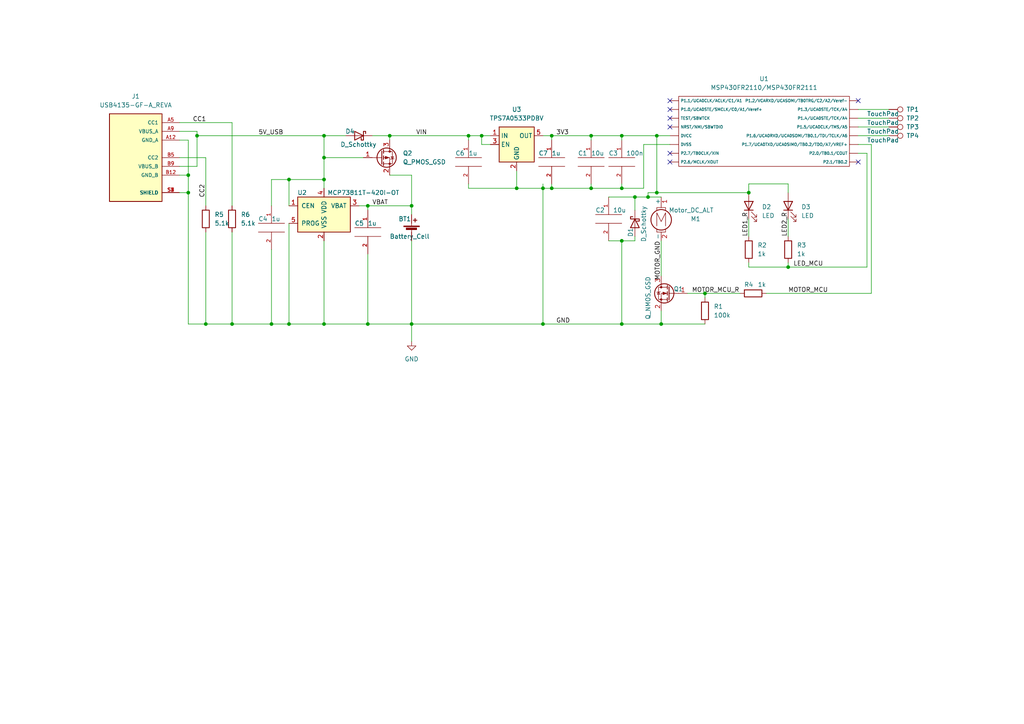
<source format=kicad_sch>
(kicad_sch (version 20211123) (generator eeschema)

  (uuid e63e39d7-6ac0-4ffd-8aa3-1841a4541b55)

  (paper "A4")

  (lib_symbols
    (symbol "Battery_Management:MCP73811T-420I-OT" (pin_names (offset 1.016)) (in_bom yes) (on_board yes)
      (property "Reference" "U" (id 0) (at -6.35 6.35 0)
        (effects (font (size 1.27 1.27)))
      )
      (property "Value" "MCP73811T-420I-OT" (id 1) (at 1.27 6.35 0)
        (effects (font (size 1.27 1.27)) (justify left))
      )
      (property "Footprint" "Package_TO_SOT_SMD:SOT-23-5" (id 2) (at 1.27 -6.35 0)
        (effects (font (size 1.27 1.27)) (justify left) hide)
      )
      (property "Datasheet" "http://ww1.microchip.com/downloads/en/DeviceDoc/22036b.pdf" (id 3) (at -6.35 6.35 0)
        (effects (font (size 1.27 1.27)) hide)
      )
      (property "ki_keywords" "Lithium-Ion Battery Charger" (id 4) (at 0 0 0)
        (effects (font (size 1.27 1.27)) hide)
      )
      (property "ki_description" "Simple, Miniature Single-Cell, Fully Integrated Li-Ion / Li-Polymer Charge Management Controllers, 85mA/450mA, 4.2V, SOT23-5" (id 5) (at 0 0 0)
        (effects (font (size 1.27 1.27)) hide)
      )
      (property "ki_fp_filters" "SOT?23*" (id 6) (at 0 0 0)
        (effects (font (size 1.27 1.27)) hide)
      )
      (symbol "MCP73811T-420I-OT_0_1"
        (rectangle (start -7.62 5.08) (end 7.62 -5.08)
          (stroke (width 0.254) (type default) (color 0 0 0 0))
          (fill (type background))
        )
      )
      (symbol "MCP73811T-420I-OT_1_1"
        (pin input line (at -10.16 2.54 0) (length 2.54)
          (name "CEN" (effects (font (size 1.27 1.27))))
          (number "1" (effects (font (size 1.27 1.27))))
        )
        (pin power_in line (at 0 -7.62 90) (length 2.54)
          (name "VSS" (effects (font (size 1.27 1.27))))
          (number "2" (effects (font (size 1.27 1.27))))
        )
        (pin power_out line (at 10.16 2.54 180) (length 2.54)
          (name "VBAT" (effects (font (size 1.27 1.27))))
          (number "3" (effects (font (size 1.27 1.27))))
        )
        (pin power_in line (at 0 7.62 270) (length 2.54)
          (name "VDD" (effects (font (size 1.27 1.27))))
          (number "4" (effects (font (size 1.27 1.27))))
        )
        (pin input line (at -10.16 -2.54 0) (length 2.54)
          (name "PROG" (effects (font (size 1.27 1.27))))
          (number "5" (effects (font (size 1.27 1.27))))
        )
      )
    )
    (symbol "Connector:TestPoint" (pin_numbers hide) (pin_names (offset 0.762) hide) (in_bom yes) (on_board yes)
      (property "Reference" "TP" (id 0) (at 0 6.858 0)
        (effects (font (size 1.27 1.27)))
      )
      (property "Value" "TestPoint" (id 1) (at 0 5.08 0)
        (effects (font (size 1.27 1.27)))
      )
      (property "Footprint" "" (id 2) (at 5.08 0 0)
        (effects (font (size 1.27 1.27)) hide)
      )
      (property "Datasheet" "~" (id 3) (at 5.08 0 0)
        (effects (font (size 1.27 1.27)) hide)
      )
      (property "ki_keywords" "test point tp" (id 4) (at 0 0 0)
        (effects (font (size 1.27 1.27)) hide)
      )
      (property "ki_description" "test point" (id 5) (at 0 0 0)
        (effects (font (size 1.27 1.27)) hide)
      )
      (property "ki_fp_filters" "Pin* Test*" (id 6) (at 0 0 0)
        (effects (font (size 1.27 1.27)) hide)
      )
      (symbol "TestPoint_0_1"
        (circle (center 0 3.302) (radius 0.762)
          (stroke (width 0) (type default) (color 0 0 0 0))
          (fill (type none))
        )
      )
      (symbol "TestPoint_1_1"
        (pin passive line (at 0 0 90) (length 2.54)
          (name "1" (effects (font (size 1.27 1.27))))
          (number "1" (effects (font (size 1.27 1.27))))
        )
      )
    )
    (symbol "Device:Battery_Cell" (pin_numbers hide) (pin_names (offset 0) hide) (in_bom yes) (on_board yes)
      (property "Reference" "BT" (id 0) (at 2.54 2.54 0)
        (effects (font (size 1.27 1.27)) (justify left))
      )
      (property "Value" "Battery_Cell" (id 1) (at 2.54 0 0)
        (effects (font (size 1.27 1.27)) (justify left))
      )
      (property "Footprint" "" (id 2) (at 0 1.524 90)
        (effects (font (size 1.27 1.27)) hide)
      )
      (property "Datasheet" "~" (id 3) (at 0 1.524 90)
        (effects (font (size 1.27 1.27)) hide)
      )
      (property "ki_keywords" "battery cell" (id 4) (at 0 0 0)
        (effects (font (size 1.27 1.27)) hide)
      )
      (property "ki_description" "Single-cell battery" (id 5) (at 0 0 0)
        (effects (font (size 1.27 1.27)) hide)
      )
      (symbol "Battery_Cell_0_1"
        (rectangle (start -2.286 1.778) (end 2.286 1.524)
          (stroke (width 0) (type default) (color 0 0 0 0))
          (fill (type outline))
        )
        (rectangle (start -1.5748 1.1938) (end 1.4732 0.6858)
          (stroke (width 0) (type default) (color 0 0 0 0))
          (fill (type outline))
        )
        (polyline
          (pts
            (xy 0 0.762)
            (xy 0 0)
          )
          (stroke (width 0) (type default) (color 0 0 0 0))
          (fill (type none))
        )
        (polyline
          (pts
            (xy 0 1.778)
            (xy 0 2.54)
          )
          (stroke (width 0) (type default) (color 0 0 0 0))
          (fill (type none))
        )
        (polyline
          (pts
            (xy 0.508 3.429)
            (xy 1.524 3.429)
          )
          (stroke (width 0.254) (type default) (color 0 0 0 0))
          (fill (type none))
        )
        (polyline
          (pts
            (xy 1.016 3.937)
            (xy 1.016 2.921)
          )
          (stroke (width 0.254) (type default) (color 0 0 0 0))
          (fill (type none))
        )
      )
      (symbol "Battery_Cell_1_1"
        (pin passive line (at 0 5.08 270) (length 2.54)
          (name "+" (effects (font (size 1.27 1.27))))
          (number "1" (effects (font (size 1.27 1.27))))
        )
        (pin passive line (at 0 -2.54 90) (length 2.54)
          (name "-" (effects (font (size 1.27 1.27))))
          (number "2" (effects (font (size 1.27 1.27))))
        )
      )
    )
    (symbol "Device:D_Schottky" (pin_numbers hide) (pin_names (offset 1.016) hide) (in_bom yes) (on_board yes)
      (property "Reference" "D" (id 0) (at 0 2.54 0)
        (effects (font (size 1.27 1.27)))
      )
      (property "Value" "D_Schottky" (id 1) (at 0 -2.54 0)
        (effects (font (size 1.27 1.27)))
      )
      (property "Footprint" "" (id 2) (at 0 0 0)
        (effects (font (size 1.27 1.27)) hide)
      )
      (property "Datasheet" "~" (id 3) (at 0 0 0)
        (effects (font (size 1.27 1.27)) hide)
      )
      (property "ki_keywords" "diode Schottky" (id 4) (at 0 0 0)
        (effects (font (size 1.27 1.27)) hide)
      )
      (property "ki_description" "Schottky diode" (id 5) (at 0 0 0)
        (effects (font (size 1.27 1.27)) hide)
      )
      (property "ki_fp_filters" "TO-???* *_Diode_* *SingleDiode* D_*" (id 6) (at 0 0 0)
        (effects (font (size 1.27 1.27)) hide)
      )
      (symbol "D_Schottky_0_1"
        (polyline
          (pts
            (xy 1.27 0)
            (xy -1.27 0)
          )
          (stroke (width 0) (type default) (color 0 0 0 0))
          (fill (type none))
        )
        (polyline
          (pts
            (xy 1.27 1.27)
            (xy 1.27 -1.27)
            (xy -1.27 0)
            (xy 1.27 1.27)
          )
          (stroke (width 0.254) (type default) (color 0 0 0 0))
          (fill (type none))
        )
        (polyline
          (pts
            (xy -1.905 0.635)
            (xy -1.905 1.27)
            (xy -1.27 1.27)
            (xy -1.27 -1.27)
            (xy -0.635 -1.27)
            (xy -0.635 -0.635)
          )
          (stroke (width 0.254) (type default) (color 0 0 0 0))
          (fill (type none))
        )
      )
      (symbol "D_Schottky_1_1"
        (pin passive line (at -3.81 0 0) (length 2.54)
          (name "K" (effects (font (size 1.27 1.27))))
          (number "1" (effects (font (size 1.27 1.27))))
        )
        (pin passive line (at 3.81 0 180) (length 2.54)
          (name "A" (effects (font (size 1.27 1.27))))
          (number "2" (effects (font (size 1.27 1.27))))
        )
      )
    )
    (symbol "Device:LED" (pin_numbers hide) (pin_names (offset 1.016) hide) (in_bom yes) (on_board yes)
      (property "Reference" "D" (id 0) (at 0 2.54 0)
        (effects (font (size 1.27 1.27)))
      )
      (property "Value" "LED" (id 1) (at 0 -2.54 0)
        (effects (font (size 1.27 1.27)))
      )
      (property "Footprint" "" (id 2) (at 0 0 0)
        (effects (font (size 1.27 1.27)) hide)
      )
      (property "Datasheet" "~" (id 3) (at 0 0 0)
        (effects (font (size 1.27 1.27)) hide)
      )
      (property "ki_keywords" "LED diode" (id 4) (at 0 0 0)
        (effects (font (size 1.27 1.27)) hide)
      )
      (property "ki_description" "Light emitting diode" (id 5) (at 0 0 0)
        (effects (font (size 1.27 1.27)) hide)
      )
      (property "ki_fp_filters" "LED* LED_SMD:* LED_THT:*" (id 6) (at 0 0 0)
        (effects (font (size 1.27 1.27)) hide)
      )
      (symbol "LED_0_1"
        (polyline
          (pts
            (xy -1.27 -1.27)
            (xy -1.27 1.27)
          )
          (stroke (width 0.254) (type default) (color 0 0 0 0))
          (fill (type none))
        )
        (polyline
          (pts
            (xy -1.27 0)
            (xy 1.27 0)
          )
          (stroke (width 0) (type default) (color 0 0 0 0))
          (fill (type none))
        )
        (polyline
          (pts
            (xy 1.27 -1.27)
            (xy 1.27 1.27)
            (xy -1.27 0)
            (xy 1.27 -1.27)
          )
          (stroke (width 0.254) (type default) (color 0 0 0 0))
          (fill (type none))
        )
        (polyline
          (pts
            (xy -3.048 -0.762)
            (xy -4.572 -2.286)
            (xy -3.81 -2.286)
            (xy -4.572 -2.286)
            (xy -4.572 -1.524)
          )
          (stroke (width 0) (type default) (color 0 0 0 0))
          (fill (type none))
        )
        (polyline
          (pts
            (xy -1.778 -0.762)
            (xy -3.302 -2.286)
            (xy -2.54 -2.286)
            (xy -3.302 -2.286)
            (xy -3.302 -1.524)
          )
          (stroke (width 0) (type default) (color 0 0 0 0))
          (fill (type none))
        )
      )
      (symbol "LED_1_1"
        (pin passive line (at -3.81 0 0) (length 2.54)
          (name "K" (effects (font (size 1.27 1.27))))
          (number "1" (effects (font (size 1.27 1.27))))
        )
        (pin passive line (at 3.81 0 180) (length 2.54)
          (name "A" (effects (font (size 1.27 1.27))))
          (number "2" (effects (font (size 1.27 1.27))))
        )
      )
    )
    (symbol "Device:Q_NMOS_GSD" (pin_names (offset 0) hide) (in_bom yes) (on_board yes)
      (property "Reference" "Q" (id 0) (at 5.08 1.27 0)
        (effects (font (size 1.27 1.27)) (justify left))
      )
      (property "Value" "Q_NMOS_GSD" (id 1) (at 5.08 -1.27 0)
        (effects (font (size 1.27 1.27)) (justify left))
      )
      (property "Footprint" "" (id 2) (at 5.08 2.54 0)
        (effects (font (size 1.27 1.27)) hide)
      )
      (property "Datasheet" "~" (id 3) (at 0 0 0)
        (effects (font (size 1.27 1.27)) hide)
      )
      (property "ki_keywords" "transistor NMOS N-MOS N-MOSFET" (id 4) (at 0 0 0)
        (effects (font (size 1.27 1.27)) hide)
      )
      (property "ki_description" "N-MOSFET transistor, gate/source/drain" (id 5) (at 0 0 0)
        (effects (font (size 1.27 1.27)) hide)
      )
      (symbol "Q_NMOS_GSD_0_1"
        (polyline
          (pts
            (xy 0.254 0)
            (xy -2.54 0)
          )
          (stroke (width 0) (type default) (color 0 0 0 0))
          (fill (type none))
        )
        (polyline
          (pts
            (xy 0.254 1.905)
            (xy 0.254 -1.905)
          )
          (stroke (width 0.254) (type default) (color 0 0 0 0))
          (fill (type none))
        )
        (polyline
          (pts
            (xy 0.762 -1.27)
            (xy 0.762 -2.286)
          )
          (stroke (width 0.254) (type default) (color 0 0 0 0))
          (fill (type none))
        )
        (polyline
          (pts
            (xy 0.762 0.508)
            (xy 0.762 -0.508)
          )
          (stroke (width 0.254) (type default) (color 0 0 0 0))
          (fill (type none))
        )
        (polyline
          (pts
            (xy 0.762 2.286)
            (xy 0.762 1.27)
          )
          (stroke (width 0.254) (type default) (color 0 0 0 0))
          (fill (type none))
        )
        (polyline
          (pts
            (xy 2.54 2.54)
            (xy 2.54 1.778)
          )
          (stroke (width 0) (type default) (color 0 0 0 0))
          (fill (type none))
        )
        (polyline
          (pts
            (xy 2.54 -2.54)
            (xy 2.54 0)
            (xy 0.762 0)
          )
          (stroke (width 0) (type default) (color 0 0 0 0))
          (fill (type none))
        )
        (polyline
          (pts
            (xy 0.762 -1.778)
            (xy 3.302 -1.778)
            (xy 3.302 1.778)
            (xy 0.762 1.778)
          )
          (stroke (width 0) (type default) (color 0 0 0 0))
          (fill (type none))
        )
        (polyline
          (pts
            (xy 1.016 0)
            (xy 2.032 0.381)
            (xy 2.032 -0.381)
            (xy 1.016 0)
          )
          (stroke (width 0) (type default) (color 0 0 0 0))
          (fill (type outline))
        )
        (polyline
          (pts
            (xy 2.794 0.508)
            (xy 2.921 0.381)
            (xy 3.683 0.381)
            (xy 3.81 0.254)
          )
          (stroke (width 0) (type default) (color 0 0 0 0))
          (fill (type none))
        )
        (polyline
          (pts
            (xy 3.302 0.381)
            (xy 2.921 -0.254)
            (xy 3.683 -0.254)
            (xy 3.302 0.381)
          )
          (stroke (width 0) (type default) (color 0 0 0 0))
          (fill (type none))
        )
        (circle (center 1.651 0) (radius 2.794)
          (stroke (width 0.254) (type default) (color 0 0 0 0))
          (fill (type none))
        )
        (circle (center 2.54 -1.778) (radius 0.254)
          (stroke (width 0) (type default) (color 0 0 0 0))
          (fill (type outline))
        )
        (circle (center 2.54 1.778) (radius 0.254)
          (stroke (width 0) (type default) (color 0 0 0 0))
          (fill (type outline))
        )
      )
      (symbol "Q_NMOS_GSD_1_1"
        (pin input line (at -5.08 0 0) (length 2.54)
          (name "G" (effects (font (size 1.27 1.27))))
          (number "1" (effects (font (size 1.27 1.27))))
        )
        (pin passive line (at 2.54 -5.08 90) (length 2.54)
          (name "S" (effects (font (size 1.27 1.27))))
          (number "2" (effects (font (size 1.27 1.27))))
        )
        (pin passive line (at 2.54 5.08 270) (length 2.54)
          (name "D" (effects (font (size 1.27 1.27))))
          (number "3" (effects (font (size 1.27 1.27))))
        )
      )
    )
    (symbol "Device:Q_PMOS_GSD" (pin_names (offset 0) hide) (in_bom yes) (on_board yes)
      (property "Reference" "Q" (id 0) (at 5.08 1.27 0)
        (effects (font (size 1.27 1.27)) (justify left))
      )
      (property "Value" "Q_PMOS_GSD" (id 1) (at 5.08 -1.27 0)
        (effects (font (size 1.27 1.27)) (justify left))
      )
      (property "Footprint" "" (id 2) (at 5.08 2.54 0)
        (effects (font (size 1.27 1.27)) hide)
      )
      (property "Datasheet" "~" (id 3) (at 0 0 0)
        (effects (font (size 1.27 1.27)) hide)
      )
      (property "ki_keywords" "transistor PMOS P-MOS P-MOSFET" (id 4) (at 0 0 0)
        (effects (font (size 1.27 1.27)) hide)
      )
      (property "ki_description" "P-MOSFET transistor, gate/source/drain" (id 5) (at 0 0 0)
        (effects (font (size 1.27 1.27)) hide)
      )
      (symbol "Q_PMOS_GSD_0_1"
        (polyline
          (pts
            (xy 0.254 0)
            (xy -2.54 0)
          )
          (stroke (width 0) (type default) (color 0 0 0 0))
          (fill (type none))
        )
        (polyline
          (pts
            (xy 0.254 1.905)
            (xy 0.254 -1.905)
          )
          (stroke (width 0.254) (type default) (color 0 0 0 0))
          (fill (type none))
        )
        (polyline
          (pts
            (xy 0.762 -1.27)
            (xy 0.762 -2.286)
          )
          (stroke (width 0.254) (type default) (color 0 0 0 0))
          (fill (type none))
        )
        (polyline
          (pts
            (xy 0.762 0.508)
            (xy 0.762 -0.508)
          )
          (stroke (width 0.254) (type default) (color 0 0 0 0))
          (fill (type none))
        )
        (polyline
          (pts
            (xy 0.762 2.286)
            (xy 0.762 1.27)
          )
          (stroke (width 0.254) (type default) (color 0 0 0 0))
          (fill (type none))
        )
        (polyline
          (pts
            (xy 2.54 2.54)
            (xy 2.54 1.778)
          )
          (stroke (width 0) (type default) (color 0 0 0 0))
          (fill (type none))
        )
        (polyline
          (pts
            (xy 2.54 -2.54)
            (xy 2.54 0)
            (xy 0.762 0)
          )
          (stroke (width 0) (type default) (color 0 0 0 0))
          (fill (type none))
        )
        (polyline
          (pts
            (xy 0.762 1.778)
            (xy 3.302 1.778)
            (xy 3.302 -1.778)
            (xy 0.762 -1.778)
          )
          (stroke (width 0) (type default) (color 0 0 0 0))
          (fill (type none))
        )
        (polyline
          (pts
            (xy 2.286 0)
            (xy 1.27 0.381)
            (xy 1.27 -0.381)
            (xy 2.286 0)
          )
          (stroke (width 0) (type default) (color 0 0 0 0))
          (fill (type outline))
        )
        (polyline
          (pts
            (xy 2.794 -0.508)
            (xy 2.921 -0.381)
            (xy 3.683 -0.381)
            (xy 3.81 -0.254)
          )
          (stroke (width 0) (type default) (color 0 0 0 0))
          (fill (type none))
        )
        (polyline
          (pts
            (xy 3.302 -0.381)
            (xy 2.921 0.254)
            (xy 3.683 0.254)
            (xy 3.302 -0.381)
          )
          (stroke (width 0) (type default) (color 0 0 0 0))
          (fill (type none))
        )
        (circle (center 1.651 0) (radius 2.794)
          (stroke (width 0.254) (type default) (color 0 0 0 0))
          (fill (type none))
        )
        (circle (center 2.54 -1.778) (radius 0.254)
          (stroke (width 0) (type default) (color 0 0 0 0))
          (fill (type outline))
        )
        (circle (center 2.54 1.778) (radius 0.254)
          (stroke (width 0) (type default) (color 0 0 0 0))
          (fill (type outline))
        )
      )
      (symbol "Q_PMOS_GSD_1_1"
        (pin input line (at -5.08 0 0) (length 2.54)
          (name "G" (effects (font (size 1.27 1.27))))
          (number "1" (effects (font (size 1.27 1.27))))
        )
        (pin passive line (at 2.54 -5.08 90) (length 2.54)
          (name "S" (effects (font (size 1.27 1.27))))
          (number "2" (effects (font (size 1.27 1.27))))
        )
        (pin passive line (at 2.54 5.08 270) (length 2.54)
          (name "D" (effects (font (size 1.27 1.27))))
          (number "3" (effects (font (size 1.27 1.27))))
        )
      )
    )
    (symbol "Device:R" (pin_numbers hide) (pin_names (offset 0)) (in_bom yes) (on_board yes)
      (property "Reference" "R" (id 0) (at 2.032 0 90)
        (effects (font (size 1.27 1.27)))
      )
      (property "Value" "R" (id 1) (at 0 0 90)
        (effects (font (size 1.27 1.27)))
      )
      (property "Footprint" "" (id 2) (at -1.778 0 90)
        (effects (font (size 1.27 1.27)) hide)
      )
      (property "Datasheet" "~" (id 3) (at 0 0 0)
        (effects (font (size 1.27 1.27)) hide)
      )
      (property "ki_keywords" "R res resistor" (id 4) (at 0 0 0)
        (effects (font (size 1.27 1.27)) hide)
      )
      (property "ki_description" "Resistor" (id 5) (at 0 0 0)
        (effects (font (size 1.27 1.27)) hide)
      )
      (property "ki_fp_filters" "R_*" (id 6) (at 0 0 0)
        (effects (font (size 1.27 1.27)) hide)
      )
      (symbol "R_0_1"
        (rectangle (start -1.016 -2.54) (end 1.016 2.54)
          (stroke (width 0.254) (type default) (color 0 0 0 0))
          (fill (type none))
        )
      )
      (symbol "R_1_1"
        (pin passive line (at 0 3.81 270) (length 1.27)
          (name "~" (effects (font (size 1.27 1.27))))
          (number "1" (effects (font (size 1.27 1.27))))
        )
        (pin passive line (at 0 -3.81 90) (length 1.27)
          (name "~" (effects (font (size 1.27 1.27))))
          (number "2" (effects (font (size 1.27 1.27))))
        )
      )
    )
    (symbol "Gal_symbols_lib:MSP430FR2xxx" (pin_numbers hide) (in_bom yes) (on_board yes)
      (property "Reference" "U" (id 0) (at -5.08 2.54 0)
        (effects (font (size 1.27 1.27)))
      )
      (property "Value" "MSP430FR2xxx" (id 1) (at 1.27 -20.32 0)
        (effects (font (size 1.27 1.27)))
      )
      (property "Footprint" "" (id 2) (at 0 0 0)
        (effects (font (size 1.27 1.27)) hide)
      )
      (property "Datasheet" "" (id 3) (at 0 0 0)
        (effects (font (size 1.27 1.27)) hide)
      )
      (symbol "MSP430FR2xxx_0_1"
        (polyline
          (pts
            (xy -6.35 1.27)
            (xy 43.18 1.27)
            (xy 43.18 -19.05)
            (xy -6.35 -19.05)
            (xy -6.35 1.27)
          )
          (stroke (width 0) (type default) (color 0 0 0 0))
          (fill (type none))
        )
      )
      (symbol "MSP430FR2xxx_1_1"
        (pin bidirectional line (at -8.89 0 0) (length 2.54)
          (name "P1.1/UCA0CLK/ACLK/C1/A1" (effects (font (size 0.82 0.82))))
          (number "1" (effects (font (size 0.82 0.82))))
        )
        (pin bidirectional line (at 45.72 -15.24 180) (length 2.54)
          (name "P2.0/TB0.1/COUT" (effects (font (size 0.82 0.82))))
          (number "10" (effects (font (size 0.82 0.82))))
        )
        (pin bidirectional line (at 45.72 -12.7 180) (length 2.54)
          (name "P1.7/UCA0TXD/UCA0SIMO/TB0.2/TDO/A7/VREF+" (effects (font (size 0.82 0.82))))
          (number "11" (effects (font (size 0.82 0.82))))
        )
        (pin bidirectional line (at 45.72 -10.16 180) (length 2.54)
          (name "P1.6/UCA0RXD/UCA0SOMI/TB0.1/TDI/TCLK/A6" (effects (font (size 0.82 0.82))))
          (number "12" (effects (font (size 0.82 0.82))))
        )
        (pin bidirectional line (at 45.72 -7.62 180) (length 2.54)
          (name "P1.5/UCA0CLK/TMS/A5" (effects (font (size 0.82 0.82))))
          (number "13" (effects (font (size 0.82 0.82))))
        )
        (pin bidirectional line (at 45.72 -5.08 180) (length 2.54)
          (name "P1.4/UCA0STE/TCK/A4" (effects (font (size 0.82 0.82))))
          (number "14" (effects (font (size 0.82 0.82))))
        )
        (pin bidirectional line (at 45.72 -2.54 180) (length 2.54)
          (name "P1.3/UCA0STE/TCK/A4" (effects (font (size 0.82 0.82))))
          (number "15" (effects (font (size 0.82 0.82))))
        )
        (pin bidirectional line (at 45.72 0 180) (length 2.54)
          (name "P1.2/VCARXD/UCASOMI/TB0TRG/C2/A2/Veref-" (effects (font (size 0.82 0.82))))
          (number "16" (effects (font (size 0.82 0.82))))
        )
        (pin bidirectional line (at -8.89 -2.54 0) (length 2.54)
          (name "P1.0/UCA0STE/SMCLK/C0/A1/Veref+" (effects (font (size 0.82 0.82))))
          (number "2" (effects (font (size 0.82 0.82))))
        )
        (pin bidirectional line (at -8.89 -5.08 0) (length 2.54)
          (name "TEST/SBWTCK" (effects (font (size 0.82 0.82))))
          (number "3" (effects (font (size 0.82 0.82))))
        )
        (pin bidirectional line (at -8.89 -7.62 0) (length 2.54)
          (name "NRST/NMI/SBWTDIO" (effects (font (size 0.82 0.82))))
          (number "4" (effects (font (size 0.82 0.82))))
        )
        (pin power_in line (at -8.89 -10.16 0) (length 2.54)
          (name "DVCC" (effects (font (size 0.82 0.82))))
          (number "5" (effects (font (size 0.82 0.82))))
        )
        (pin power_in line (at -8.89 -12.7 0) (length 2.54)
          (name "DVSS" (effects (font (size 0.82 0.82))))
          (number "6" (effects (font (size 0.82 0.82))))
        )
        (pin bidirectional line (at -8.89 -15.24 0) (length 2.54)
          (name "P2.7/TB0CLK/XIN" (effects (font (size 0.82 0.82))))
          (number "7" (effects (font (size 0.82 0.82))))
        )
        (pin bidirectional line (at -8.89 -17.78 0) (length 2.54)
          (name "P2.6/MCLK/XOUT" (effects (font (size 0.82 0.82))))
          (number "8" (effects (font (size 0.82 0.82))))
        )
        (pin bidirectional line (at 45.72 -17.78 180) (length 2.54)
          (name "P2.1/TB0.2" (effects (font (size 0.82 0.82))))
          (number "9" (effects (font (size 0.82 0.82))))
        )
      )
    )
    (symbol "Motor:Motor_DC_ALT" (pin_names (offset 0)) (in_bom yes) (on_board yes)
      (property "Reference" "M" (id 0) (at 2.54 2.54 0)
        (effects (font (size 1.27 1.27)) (justify left))
      )
      (property "Value" "Motor_DC_ALT" (id 1) (at 2.54 -5.08 0)
        (effects (font (size 1.27 1.27)) (justify left top))
      )
      (property "Footprint" "" (id 2) (at 0 -2.286 0)
        (effects (font (size 1.27 1.27)) hide)
      )
      (property "Datasheet" "~" (id 3) (at 0 -2.286 0)
        (effects (font (size 1.27 1.27)) hide)
      )
      (property "ki_keywords" "DC Motor" (id 4) (at 0 0 0)
        (effects (font (size 1.27 1.27)) hide)
      )
      (property "ki_description" "DC Motor, alternative symbol" (id 5) (at 0 0 0)
        (effects (font (size 1.27 1.27)) hide)
      )
      (property "ki_fp_filters" "PinHeader*P2.54mm* TerminalBlock*" (id 6) (at 0 0 0)
        (effects (font (size 1.27 1.27)) hide)
      )
      (symbol "Motor_DC_ALT_0_0"
        (circle (center 0 -1.524) (radius 2.9718)
          (stroke (width 0.254) (type default) (color 0 0 0 0))
          (fill (type none))
        )
        (polyline
          (pts
            (xy -1.27 -4.318)
            (xy -1.27 -5.08)
            (xy 1.27 -5.08)
            (xy 1.27 -4.318)
          )
          (stroke (width 0) (type default) (color 0 0 0 0))
          (fill (type none))
        )
        (polyline
          (pts
            (xy -1.27 1.27)
            (xy -1.27 2.032)
            (xy 1.27 2.032)
            (xy 1.27 1.27)
          )
          (stroke (width 0) (type default) (color 0 0 0 0))
          (fill (type none))
        )
        (polyline
          (pts
            (xy -1.27 -3.302)
            (xy -1.27 0.508)
            (xy 0 -2.032)
            (xy 1.27 0.508)
            (xy 1.27 -3.302)
          )
          (stroke (width 0) (type default) (color 0 0 0 0))
          (fill (type none))
        )
      )
      (symbol "Motor_DC_ALT_0_1"
        (polyline
          (pts
            (xy 0 2.032)
            (xy 0 2.54)
          )
          (stroke (width 0) (type default) (color 0 0 0 0))
          (fill (type none))
        )
      )
      (symbol "Motor_DC_ALT_1_1"
        (pin passive line (at 0 5.08 270) (length 2.54)
          (name "+" (effects (font (size 1.27 1.27))))
          (number "1" (effects (font (size 1.27 1.27))))
        )
        (pin passive line (at 0 -7.62 90) (length 2.54)
          (name "-" (effects (font (size 1.27 1.27))))
          (number "2" (effects (font (size 1.27 1.27))))
        )
      )
    )
    (symbol "Regulator_Linear:TPS7A0533PDBV" (in_bom yes) (on_board yes)
      (property "Reference" "U" (id 0) (at -3.81 6.35 0)
        (effects (font (size 1.27 1.27)))
      )
      (property "Value" "TPS7A0533PDBV" (id 1) (at 6.35 6.35 0)
        (effects (font (size 1.27 1.27)))
      )
      (property "Footprint" "Package_TO_SOT_SMD:SOT-23-5" (id 2) (at 0 8.89 0)
        (effects (font (size 1.27 1.27)) hide)
      )
      (property "Datasheet" "https://www.ti.com/lit/ds/symlink/tps7a05.pdf" (id 3) (at 0 12.7 0)
        (effects (font (size 1.27 1.27)) hide)
      )
      (property "ki_keywords" "Single Output LDO Low-Iq" (id 4) (at 0 0 0)
        (effects (font (size 1.27 1.27)) hide)
      )
      (property "ki_description" "200-mA Ultra-Low-Iq LDO, 3.3V, SOT-23-5" (id 5) (at 0 0 0)
        (effects (font (size 1.27 1.27)) hide)
      )
      (property "ki_fp_filters" "SOT?23*" (id 6) (at 0 0 0)
        (effects (font (size 1.27 1.27)) hide)
      )
      (symbol "TPS7A0533PDBV_0_1"
        (rectangle (start -5.08 -5.08) (end 5.08 5.08)
          (stroke (width 0.254) (type default) (color 0 0 0 0))
          (fill (type background))
        )
        (pin power_in line (at -7.62 2.54 0) (length 2.54)
          (name "IN" (effects (font (size 1.27 1.27))))
          (number "1" (effects (font (size 1.27 1.27))))
        )
        (pin power_in line (at 0 -7.62 90) (length 2.54)
          (name "GND" (effects (font (size 1.27 1.27))))
          (number "2" (effects (font (size 1.27 1.27))))
        )
        (pin input line (at -7.62 0 0) (length 2.54)
          (name "EN" (effects (font (size 1.27 1.27))))
          (number "3" (effects (font (size 1.27 1.27))))
        )
        (pin no_connect line (at 5.08 0 180) (length 2.54) hide
          (name "NC" (effects (font (size 1.27 1.27))))
          (number "4" (effects (font (size 1.27 1.27))))
        )
        (pin power_out line (at 7.62 2.54 180) (length 2.54)
          (name "OUT" (effects (font (size 1.27 1.27))))
          (number "5" (effects (font (size 1.27 1.27))))
        )
      )
    )
    (symbol "USB4135-GF-A_REVA:USB4135-GF-A_REVA" (pin_names (offset 1.016)) (in_bom yes) (on_board yes)
      (property "Reference" "J" (id 0) (at -7.62 13.462 0)
        (effects (font (size 1.27 1.27)) (justify left bottom))
      )
      (property "Value" "USB4135-GF-A_REVA" (id 1) (at -7.62 -13.462 0)
        (effects (font (size 1.27 1.27)) (justify left top))
      )
      (property "Footprint" "USB4135-GF-A_REVA:GCT_USB4135-GF-A_REVA" (id 2) (at 0 0 0)
        (effects (font (size 1.27 1.27)) (justify bottom) hide)
      )
      (property "Datasheet" "" (id 3) (at 0 0 0)
        (effects (font (size 1.27 1.27)) hide)
      )
      (property "MF" "Global Connector Technology" (id 4) (at 0 0 0)
        (effects (font (size 1.27 1.27)) (justify bottom) hide)
      )
      (property "MAXIMUM_PACKAGE_HEIGHT" "3.25 mm" (id 5) (at 0 0 0)
        (effects (font (size 1.27 1.27)) (justify bottom) hide)
      )
      (property "Package" "None" (id 6) (at 0 0 0)
        (effects (font (size 1.27 1.27)) (justify bottom) hide)
      )
      (property "Price" "None" (id 7) (at 0 0 0)
        (effects (font (size 1.27 1.27)) (justify bottom) hide)
      )
      (property "Check_prices" "https://www.snapeda.com/parts/USB4135-GF-A/Global+Connector+Technology/view-part/?ref=eda" (id 8) (at 0 0 0)
        (effects (font (size 1.27 1.27)) (justify bottom) hide)
      )
      (property "STANDARD" "Manufacturer Recommendations" (id 9) (at 0 0 0)
        (effects (font (size 1.27 1.27)) (justify bottom) hide)
      )
      (property "PARTREV" "A" (id 10) (at 0 0 0)
        (effects (font (size 1.27 1.27)) (justify bottom) hide)
      )
      (property "SnapEDA_Link" "https://www.snapeda.com/parts/USB4135-GF-A/Global+Connector+Technology/view-part/?ref=snap" (id 11) (at 0 0 0)
        (effects (font (size 1.27 1.27)) (justify bottom) hide)
      )
      (property "MP" "USB4135-GF-A" (id 12) (at 0 0 0)
        (effects (font (size 1.27 1.27)) (justify bottom) hide)
      )
      (property "Description" "\nType C Receptacle, Horizontal, SMT, For Power Charging Only\n" (id 13) (at 0 0 0)
        (effects (font (size 1.27 1.27)) (justify bottom) hide)
      )
      (property "Availability" "In Stock" (id 14) (at 0 0 0)
        (effects (font (size 1.27 1.27)) (justify bottom) hide)
      )
      (property "MANUFACTURER" "GCT" (id 15) (at 0 0 0)
        (effects (font (size 1.27 1.27)) (justify bottom) hide)
      )
      (symbol "USB4135-GF-A_REVA_0_0"
        (rectangle (start -7.62 -12.7) (end 7.62 12.7)
          (stroke (width 0.254) (type default) (color 0 0 0 0))
          (fill (type background))
        )
        (pin power_in line (at -12.7 5.08 0) (length 5.08)
          (name "GND_A" (effects (font (size 1.016 1.016))))
          (number "A12" (effects (font (size 1.016 1.016))))
        )
        (pin bidirectional line (at -12.7 10.16 0) (length 5.08)
          (name "CC1" (effects (font (size 1.016 1.016))))
          (number "A5" (effects (font (size 1.016 1.016))))
        )
        (pin power_in line (at -12.7 7.62 0) (length 5.08)
          (name "VBUS_A" (effects (font (size 1.016 1.016))))
          (number "A9" (effects (font (size 1.016 1.016))))
        )
        (pin power_in line (at -12.7 -5.08 0) (length 5.08)
          (name "GND_B" (effects (font (size 1.016 1.016))))
          (number "B12" (effects (font (size 1.016 1.016))))
        )
        (pin bidirectional line (at -12.7 0 0) (length 5.08)
          (name "CC2" (effects (font (size 1.016 1.016))))
          (number "B5" (effects (font (size 1.016 1.016))))
        )
        (pin power_in line (at -12.7 -2.54 0) (length 5.08)
          (name "VBUS_B" (effects (font (size 1.016 1.016))))
          (number "B9" (effects (font (size 1.016 1.016))))
        )
        (pin passive line (at -12.7 -10.16 0) (length 5.08)
          (name "SHIELD" (effects (font (size 1.016 1.016))))
          (number "S1" (effects (font (size 1.016 1.016))))
        )
        (pin passive line (at -12.7 -10.16 0) (length 5.08)
          (name "SHIELD" (effects (font (size 1.016 1.016))))
          (number "S2" (effects (font (size 1.016 1.016))))
        )
        (pin passive line (at -12.7 -10.16 0) (length 5.08)
          (name "SHIELD" (effects (font (size 1.016 1.016))))
          (number "S3" (effects (font (size 1.016 1.016))))
        )
        (pin passive line (at -12.7 -10.16 0) (length 5.08)
          (name "SHIELD" (effects (font (size 1.016 1.016))))
          (number "S4" (effects (font (size 1.016 1.016))))
        )
      )
    )
    (symbol "power:GND" (power) (pin_names (offset 0)) (in_bom yes) (on_board yes)
      (property "Reference" "#PWR" (id 0) (at 0 -6.35 0)
        (effects (font (size 1.27 1.27)) hide)
      )
      (property "Value" "GND" (id 1) (at 0 -3.81 0)
        (effects (font (size 1.27 1.27)))
      )
      (property "Footprint" "" (id 2) (at 0 0 0)
        (effects (font (size 1.27 1.27)) hide)
      )
      (property "Datasheet" "" (id 3) (at 0 0 0)
        (effects (font (size 1.27 1.27)) hide)
      )
      (property "ki_keywords" "power-flag" (id 4) (at 0 0 0)
        (effects (font (size 1.27 1.27)) hide)
      )
      (property "ki_description" "Power symbol creates a global label with name \"GND\" , ground" (id 5) (at 0 0 0)
        (effects (font (size 1.27 1.27)) hide)
      )
      (symbol "GND_0_1"
        (polyline
          (pts
            (xy 0 0)
            (xy 0 -1.27)
            (xy 1.27 -1.27)
            (xy 0 -2.54)
            (xy -1.27 -1.27)
            (xy 0 -1.27)
          )
          (stroke (width 0) (type default) (color 0 0 0 0))
          (fill (type none))
        )
      )
      (symbol "GND_1_1"
        (pin power_in line (at 0 0 270) (length 0) hide
          (name "GND" (effects (font (size 1.27 1.27))))
          (number "1" (effects (font (size 1.27 1.27))))
        )
      )
    )
    (symbol "pspice:CAP" (pin_names (offset 0.254)) (in_bom yes) (on_board yes)
      (property "Reference" "C" (id 0) (at 2.54 3.81 90)
        (effects (font (size 1.27 1.27)))
      )
      (property "Value" "CAP" (id 1) (at 2.54 -3.81 90)
        (effects (font (size 1.27 1.27)))
      )
      (property "Footprint" "" (id 2) (at 0 0 0)
        (effects (font (size 1.27 1.27)) hide)
      )
      (property "Datasheet" "~" (id 3) (at 0 0 0)
        (effects (font (size 1.27 1.27)) hide)
      )
      (property "ki_keywords" "simulation" (id 4) (at 0 0 0)
        (effects (font (size 1.27 1.27)) hide)
      )
      (property "ki_description" "Capacitor symbol for simulation only" (id 5) (at 0 0 0)
        (effects (font (size 1.27 1.27)) hide)
      )
      (symbol "CAP_0_1"
        (polyline
          (pts
            (xy -3.81 -1.27)
            (xy 3.81 -1.27)
          )
          (stroke (width 0) (type default) (color 0 0 0 0))
          (fill (type none))
        )
        (polyline
          (pts
            (xy -3.81 1.27)
            (xy 3.81 1.27)
          )
          (stroke (width 0) (type default) (color 0 0 0 0))
          (fill (type none))
        )
      )
      (symbol "CAP_1_1"
        (pin passive line (at 0 6.35 270) (length 5.08)
          (name "~" (effects (font (size 1.016 1.016))))
          (number "1" (effects (font (size 1.016 1.016))))
        )
        (pin passive line (at 0 -6.35 90) (length 5.08)
          (name "~" (effects (font (size 1.016 1.016))))
          (number "2" (effects (font (size 1.016 1.016))))
        )
      )
    )
  )

  (junction (at 180.34 39.37) (diameter 0) (color 0 0 0 0)
    (uuid 14a3cbec-b1b9-4736-8e00-ba5be98954ab)
  )
  (junction (at 149.86 54.61) (diameter 0) (color 0 0 0 0)
    (uuid 1752714f-d544-4409-8b1d-2892f0f3204a)
  )
  (junction (at 119.38 93.98) (diameter 0) (color 0 0 0 0)
    (uuid 18201a3f-26ee-44cd-97a7-3a474a2eca41)
  )
  (junction (at 187.96 57.15) (diameter 0) (color 0 0 0 0)
    (uuid 1a71cae3-eebb-400a-b0c3-c9389f0145d0)
  )
  (junction (at 57.15 39.37) (diameter 0) (color 0 0 0 0)
    (uuid 1adf1f29-2fe1-4de9-abdc-19a8a5fa3e4f)
  )
  (junction (at 190.5 39.37) (diameter 0) (color 0 0 0 0)
    (uuid 20f0e55e-2a9c-4b3d-8048-0ed8f3082bfb)
  )
  (junction (at 106.68 59.69) (diameter 0) (color 0 0 0 0)
    (uuid 21cd74b8-b8d0-43da-a1e5-75d034c007f8)
  )
  (junction (at 54.61 50.8) (diameter 0) (color 0 0 0 0)
    (uuid 23a5079c-d39c-4226-8695-242bbb1a04e9)
  )
  (junction (at 180.34 54.61) (diameter 0) (color 0 0 0 0)
    (uuid 394081bf-96fc-400e-b24b-3a60629233db)
  )
  (junction (at 171.45 39.37) (diameter 0) (color 0 0 0 0)
    (uuid 3997254a-8057-4464-ba07-e37f0720cbd8)
  )
  (junction (at 171.45 54.61) (diameter 0) (color 0 0 0 0)
    (uuid 473ddc87-3e38-4d4f-b4c8-9cc42c7d42c9)
  )
  (junction (at 93.98 93.98) (diameter 0) (color 0 0 0 0)
    (uuid 48ba0dae-4912-4642-bb9b-4d02eef86b04)
  )
  (junction (at 83.82 93.98) (diameter 0) (color 0 0 0 0)
    (uuid 4fb7b50f-4836-40cc-aac3-83ecc131ba50)
  )
  (junction (at 119.38 59.69) (diameter 0) (color 0 0 0 0)
    (uuid 500c16dd-ed85-4302-9447-080aaa54263b)
  )
  (junction (at 93.98 45.72) (diameter 0) (color 0 0 0 0)
    (uuid 55cd1386-cbd8-4450-90a5-aef475cfa8e8)
  )
  (junction (at 190.5 55.88) (diameter 0) (color 0 0 0 0)
    (uuid 5a817e06-541a-458e-af8e-2781bd7807e5)
  )
  (junction (at 135.89 39.37) (diameter 0) (color 0 0 0 0)
    (uuid 67909da1-7092-472b-b50c-b2fdd535638a)
  )
  (junction (at 93.98 52.07) (diameter 0) (color 0 0 0 0)
    (uuid 68e0fe21-afc9-41a4-8b1d-c74d23be85c6)
  )
  (junction (at 83.82 52.07) (diameter 0) (color 0 0 0 0)
    (uuid 6a2be636-4854-4185-b8b5-15908239a8b6)
  )
  (junction (at 204.47 85.09) (diameter 0) (color 0 0 0 0)
    (uuid 6af98692-daa7-4e72-a3c8-e4c98835e70e)
  )
  (junction (at 106.68 93.98) (diameter 0) (color 0 0 0 0)
    (uuid 71145cda-5cf7-42e2-a1fa-6e073910fd66)
  )
  (junction (at 78.74 93.98) (diameter 0) (color 0 0 0 0)
    (uuid 743d4647-199c-4ce0-b985-c47b1fa6235b)
  )
  (junction (at 160.02 54.61) (diameter 0) (color 0 0 0 0)
    (uuid 74d120dc-81d7-4ce8-a19c-bc13e021b000)
  )
  (junction (at 184.15 57.15) (diameter 0) (color 0 0 0 0)
    (uuid 77259c76-792e-4f75-93ae-8fac94386d66)
  )
  (junction (at 93.98 39.37) (diameter 0) (color 0 0 0 0)
    (uuid 78a7ab98-bb4d-4acd-9c19-f8d14c7965e3)
  )
  (junction (at 217.17 55.88) (diameter 0) (color 0 0 0 0)
    (uuid 8f1a9c8e-811d-4211-9317-744d429783d0)
  )
  (junction (at 191.77 93.98) (diameter 0) (color 0 0 0 0)
    (uuid 9b4851fe-4e2f-4de0-a685-8e53004d88aa)
  )
  (junction (at 180.34 69.85) (diameter 0) (color 0 0 0 0)
    (uuid ae3c0c32-d5ca-4021-8765-9393bbd33f59)
  )
  (junction (at 180.34 93.98) (diameter 0) (color 0 0 0 0)
    (uuid b468d018-b0b9-48ff-ada9-ae565b8ae0c8)
  )
  (junction (at 160.02 39.37) (diameter 0) (color 0 0 0 0)
    (uuid ba045f25-91cd-4acb-abb8-199b00f3c63d)
  )
  (junction (at 139.7 39.37) (diameter 0) (color 0 0 0 0)
    (uuid ba546ab4-fddb-4a86-b876-dd587eaabf6d)
  )
  (junction (at 54.61 55.88) (diameter 0) (color 0 0 0 0)
    (uuid c2946f48-0ac0-4eaf-85fa-d79ffb51a4bb)
  )
  (junction (at 67.31 93.98) (diameter 0) (color 0 0 0 0)
    (uuid d06da4df-0eb0-4070-bc71-f6fa243d3b1f)
  )
  (junction (at 157.48 54.61) (diameter 0) (color 0 0 0 0)
    (uuid e41e9ea3-fbbb-462f-801c-d096749c2a13)
  )
  (junction (at 228.6 77.47) (diameter 0) (color 0 0 0 0)
    (uuid e76239b3-e21e-4fc5-b616-4fb713cd0f2e)
  )
  (junction (at 113.03 39.37) (diameter 0) (color 0 0 0 0)
    (uuid ea369b5f-6a29-4d98-bf10-0b46dd75ff9b)
  )
  (junction (at 59.69 93.98) (diameter 0) (color 0 0 0 0)
    (uuid ee386973-013d-4f15-a39b-6e3b4cee5dee)
  )
  (junction (at 157.48 93.98) (diameter 0) (color 0 0 0 0)
    (uuid f52c420d-f8c1-4562-8815-3e77ed9b2c19)
  )

  (no_connect (at 194.31 46.99) (uuid d3dbd24c-5941-401b-b350-4bf82448c28d))
  (no_connect (at 194.31 44.45) (uuid d3dbd24c-5941-401b-b350-4bf82448c28e))
  (no_connect (at 248.92 29.21) (uuid d3dbd24c-5941-401b-b350-4bf82448c28f))
  (no_connect (at 248.92 46.99) (uuid d3dbd24c-5941-401b-b350-4bf82448c290))
  (no_connect (at 194.31 36.83) (uuid d3dbd24c-5941-401b-b350-4bf82448c291))
  (no_connect (at 194.31 34.29) (uuid d3dbd24c-5941-401b-b350-4bf82448c292))
  (no_connect (at 194.31 31.75) (uuid d3dbd24c-5941-401b-b350-4bf82448c293))
  (no_connect (at 194.31 29.21) (uuid d3dbd24c-5941-401b-b350-4bf82448c294))

  (wire (pts (xy 176.53 57.15) (xy 184.15 57.15))
    (stroke (width 0) (type default) (color 0 0 0 0))
    (uuid 01600802-66c5-45a2-be7f-4fa2327d845b)
  )
  (wire (pts (xy 93.98 69.85) (xy 93.98 93.98))
    (stroke (width 0) (type default) (color 0 0 0 0))
    (uuid 02fc8c79-047d-4ec3-9cd6-5e112c81c7f8)
  )
  (wire (pts (xy 139.7 39.37) (xy 142.24 39.37))
    (stroke (width 0) (type default) (color 0 0 0 0))
    (uuid 084814cb-46b2-495f-bf79-c1a1f106f0eb)
  )
  (wire (pts (xy 52.07 48.26) (xy 57.15 48.26))
    (stroke (width 0) (type default) (color 0 0 0 0))
    (uuid 09166ba3-45c5-46c2-8323-7008cf754626)
  )
  (wire (pts (xy 54.61 40.64) (xy 54.61 50.8))
    (stroke (width 0) (type default) (color 0 0 0 0))
    (uuid 0c3431a3-0aef-484d-a727-7293d6ba9bb0)
  )
  (wire (pts (xy 194.31 41.91) (xy 186.69 41.91))
    (stroke (width 0) (type default) (color 0 0 0 0))
    (uuid 0df798c0-963e-4340-a737-18e50763521e)
  )
  (wire (pts (xy 83.82 52.07) (xy 93.98 52.07))
    (stroke (width 0) (type default) (color 0 0 0 0))
    (uuid 0e84864c-216e-4f73-a6e4-00b0b260bf5e)
  )
  (wire (pts (xy 59.69 93.98) (xy 67.31 93.98))
    (stroke (width 0) (type default) (color 0 0 0 0))
    (uuid 1090fc01-22b1-41f1-9306-8f44708dcb9e)
  )
  (wire (pts (xy 171.45 39.37) (xy 180.34 39.37))
    (stroke (width 0) (type default) (color 0 0 0 0))
    (uuid 121b7b08-bed9-441b-b060-efed31f37089)
  )
  (wire (pts (xy 57.15 48.26) (xy 57.15 39.37))
    (stroke (width 0) (type default) (color 0 0 0 0))
    (uuid 13ff605a-988c-4b30-9998-1d5387fb81de)
  )
  (wire (pts (xy 142.24 41.91) (xy 139.7 41.91))
    (stroke (width 0) (type default) (color 0 0 0 0))
    (uuid 14f677be-3d36-4185-bc10-d095c83d6887)
  )
  (wire (pts (xy 217.17 53.34) (xy 217.17 55.88))
    (stroke (width 0) (type default) (color 0 0 0 0))
    (uuid 1947a06b-0ece-4ccb-8346-071c35e192c6)
  )
  (wire (pts (xy 180.34 54.61) (xy 186.69 54.61))
    (stroke (width 0) (type default) (color 0 0 0 0))
    (uuid 1d6518e1-cfe9-4078-adc2-cf8e6477b5cb)
  )
  (wire (pts (xy 119.38 59.69) (xy 119.38 62.23))
    (stroke (width 0) (type default) (color 0 0 0 0))
    (uuid 1d90c1c0-fbec-470d-b92d-6057fdff6eb6)
  )
  (wire (pts (xy 78.74 93.98) (xy 83.82 93.98))
    (stroke (width 0) (type default) (color 0 0 0 0))
    (uuid 1e1f9431-d26e-4c00-a121-a7139d544faa)
  )
  (wire (pts (xy 180.34 53.34) (xy 180.34 54.61))
    (stroke (width 0) (type default) (color 0 0 0 0))
    (uuid 1f27a234-7e37-4fcc-a31a-4e704ec25fec)
  )
  (wire (pts (xy 180.34 69.85) (xy 180.34 93.98))
    (stroke (width 0) (type default) (color 0 0 0 0))
    (uuid 1f4859e7-62ee-4a55-ae4e-b2ae901a2ff2)
  )
  (wire (pts (xy 119.38 69.85) (xy 119.38 93.98))
    (stroke (width 0) (type default) (color 0 0 0 0))
    (uuid 26a9ecf6-4bd7-4993-988f-ac9615bba504)
  )
  (wire (pts (xy 113.03 40.64) (xy 113.03 39.37))
    (stroke (width 0) (type default) (color 0 0 0 0))
    (uuid 27ade2f2-3902-4457-a1b7-58bf6ae48f24)
  )
  (wire (pts (xy 106.68 59.69) (xy 119.38 59.69))
    (stroke (width 0) (type default) (color 0 0 0 0))
    (uuid 2babe3a3-15cc-4c87-9188-8918429acbde)
  )
  (wire (pts (xy 78.74 52.07) (xy 83.82 52.07))
    (stroke (width 0) (type default) (color 0 0 0 0))
    (uuid 3352d160-d85e-4236-87ad-9524263bb44e)
  )
  (wire (pts (xy 180.34 40.64) (xy 180.34 39.37))
    (stroke (width 0) (type default) (color 0 0 0 0))
    (uuid 3679a7b0-1f81-40f2-8bf2-79c05d318d95)
  )
  (wire (pts (xy 78.74 72.39) (xy 78.74 93.98))
    (stroke (width 0) (type default) (color 0 0 0 0))
    (uuid 37f8eff7-0cbb-4677-979c-8ac87ba4a7da)
  )
  (wire (pts (xy 52.07 35.56) (xy 67.31 35.56))
    (stroke (width 0) (type default) (color 0 0 0 0))
    (uuid 39fda93f-20d1-454a-b043-914b0964bf2d)
  )
  (wire (pts (xy 83.82 93.98) (xy 93.98 93.98))
    (stroke (width 0) (type default) (color 0 0 0 0))
    (uuid 3b4b1924-e77c-43b9-8416-7bf5a7fef71e)
  )
  (wire (pts (xy 191.77 90.17) (xy 191.77 93.98))
    (stroke (width 0) (type default) (color 0 0 0 0))
    (uuid 41fc1c23-edd4-45a5-8036-7f62b013770f)
  )
  (wire (pts (xy 248.92 44.45) (xy 251.46 44.45))
    (stroke (width 0) (type default) (color 0 0 0 0))
    (uuid 4208e41d-1d0a-40b9-bf94-fcbeb6562f9d)
  )
  (wire (pts (xy 217.17 77.47) (xy 228.6 77.47))
    (stroke (width 0) (type default) (color 0 0 0 0))
    (uuid 46a20b99-b616-4fa4-af79-eecf92b5c191)
  )
  (wire (pts (xy 191.77 57.15) (xy 187.96 57.15))
    (stroke (width 0) (type default) (color 0 0 0 0))
    (uuid 4c38e5ef-0105-4756-a059-34a9c3247d1f)
  )
  (wire (pts (xy 184.15 57.15) (xy 187.96 57.15))
    (stroke (width 0) (type default) (color 0 0 0 0))
    (uuid 50a7a60f-3d7d-4950-95d4-7d487334971a)
  )
  (wire (pts (xy 171.45 40.64) (xy 171.45 39.37))
    (stroke (width 0) (type default) (color 0 0 0 0))
    (uuid 50d53965-c54c-4950-96b7-85df1b13cefd)
  )
  (wire (pts (xy 149.86 54.61) (xy 157.48 54.61))
    (stroke (width 0) (type default) (color 0 0 0 0))
    (uuid 5155da26-0cc5-454a-9120-5b9f73fd837b)
  )
  (wire (pts (xy 160.02 40.64) (xy 160.02 39.37))
    (stroke (width 0) (type default) (color 0 0 0 0))
    (uuid 5215d0a0-5e56-4e5e-8e8f-b9268c9a08eb)
  )
  (wire (pts (xy 52.07 38.1) (xy 57.15 38.1))
    (stroke (width 0) (type default) (color 0 0 0 0))
    (uuid 52d939a4-99f1-4131-8f13-df42081b8f28)
  )
  (wire (pts (xy 67.31 93.98) (xy 78.74 93.98))
    (stroke (width 0) (type default) (color 0 0 0 0))
    (uuid 53fd05f6-4704-44e4-b9d4-2c93f3b761e4)
  )
  (wire (pts (xy 160.02 54.61) (xy 171.45 54.61))
    (stroke (width 0) (type default) (color 0 0 0 0))
    (uuid 56bbedad-6259-4443-b321-0ffa1f89c336)
  )
  (wire (pts (xy 248.92 31.75) (xy 257.81 31.75))
    (stroke (width 0) (type default) (color 0 0 0 0))
    (uuid 57e17378-f1f7-42d0-9ad3-fb44c2d5cdc3)
  )
  (wire (pts (xy 160.02 53.34) (xy 160.02 54.61))
    (stroke (width 0) (type default) (color 0 0 0 0))
    (uuid 5972aab7-9a14-41f7-8753-3d7fa16d078e)
  )
  (wire (pts (xy 57.15 39.37) (xy 93.98 39.37))
    (stroke (width 0) (type default) (color 0 0 0 0))
    (uuid 5f30e210-cd8b-498b-af55-06ec5cadbb94)
  )
  (wire (pts (xy 184.15 57.15) (xy 184.15 60.96))
    (stroke (width 0) (type default) (color 0 0 0 0))
    (uuid 62895c27-7821-4b9d-b25d-a97a9add18bb)
  )
  (wire (pts (xy 217.17 53.34) (xy 228.6 53.34))
    (stroke (width 0) (type default) (color 0 0 0 0))
    (uuid 6428332e-b689-4aa8-86bb-3bee31b6f177)
  )
  (wire (pts (xy 67.31 35.56) (xy 67.31 59.69))
    (stroke (width 0) (type default) (color 0 0 0 0))
    (uuid 67e3a439-c59d-4346-bba7-c4aae95c1383)
  )
  (wire (pts (xy 248.92 39.37) (xy 257.81 39.37))
    (stroke (width 0) (type default) (color 0 0 0 0))
    (uuid 68f7174d-ce7a-41b4-89f8-dd7e3ded57a1)
  )
  (wire (pts (xy 106.68 73.66) (xy 106.68 93.98))
    (stroke (width 0) (type default) (color 0 0 0 0))
    (uuid 6a41db1f-1afb-41fd-8d05-856c30e4b61a)
  )
  (wire (pts (xy 217.17 77.47) (xy 217.17 76.2))
    (stroke (width 0) (type default) (color 0 0 0 0))
    (uuid 6dfa921c-8a4f-4fcf-a0e7-8718b6271ea9)
  )
  (wire (pts (xy 248.92 34.29) (xy 257.81 34.29))
    (stroke (width 0) (type default) (color 0 0 0 0))
    (uuid 710852c3-85af-44f2-af12-adc5798f2795)
  )
  (wire (pts (xy 252.73 85.09) (xy 222.25 85.09))
    (stroke (width 0) (type default) (color 0 0 0 0))
    (uuid 7185a159-33be-4710-a571-c56533d7fe4a)
  )
  (wire (pts (xy 187.96 55.88) (xy 187.96 57.15))
    (stroke (width 0) (type default) (color 0 0 0 0))
    (uuid 750cd033-c9b2-405b-8ea0-e6eaf9145af5)
  )
  (wire (pts (xy 119.38 50.8) (xy 119.38 59.69))
    (stroke (width 0) (type default) (color 0 0 0 0))
    (uuid 78a6710a-dc9d-4fb6-817f-ca5bc1990fc6)
  )
  (wire (pts (xy 160.02 39.37) (xy 171.45 39.37))
    (stroke (width 0) (type default) (color 0 0 0 0))
    (uuid 79abc727-cf0d-4daa-b145-cce840f1e6e0)
  )
  (wire (pts (xy 135.89 54.61) (xy 135.89 53.34))
    (stroke (width 0) (type default) (color 0 0 0 0))
    (uuid 7bcf84e5-07ce-4d39-9880-2179d90fc5fb)
  )
  (wire (pts (xy 187.96 55.88) (xy 190.5 55.88))
    (stroke (width 0) (type default) (color 0 0 0 0))
    (uuid 7cc510d9-2339-42a7-bb31-eff1142f0636)
  )
  (wire (pts (xy 106.68 59.69) (xy 106.68 60.96))
    (stroke (width 0) (type default) (color 0 0 0 0))
    (uuid 82479cf5-d59c-4d78-bf67-4bda0861e764)
  )
  (wire (pts (xy 180.34 69.85) (xy 184.15 69.85))
    (stroke (width 0) (type default) (color 0 0 0 0))
    (uuid 848e24c9-eedb-47ed-a35d-4da47c5829ed)
  )
  (wire (pts (xy 252.73 41.91) (xy 252.73 85.09))
    (stroke (width 0) (type default) (color 0 0 0 0))
    (uuid 867c15eb-ffea-4211-9393-7565d89782d0)
  )
  (wire (pts (xy 52.07 40.64) (xy 54.61 40.64))
    (stroke (width 0) (type default) (color 0 0 0 0))
    (uuid 8c2e980a-904d-4772-bd4c-aefe0a8ea0f3)
  )
  (wire (pts (xy 180.34 39.37) (xy 190.5 39.37))
    (stroke (width 0) (type default) (color 0 0 0 0))
    (uuid 8e1983d7-818b-423d-95d2-7f219e4f6ba3)
  )
  (wire (pts (xy 171.45 54.61) (xy 180.34 54.61))
    (stroke (width 0) (type default) (color 0 0 0 0))
    (uuid 8e715b73-353f-4cfc-aa33-1eac54b89b6c)
  )
  (wire (pts (xy 190.5 39.37) (xy 190.5 55.88))
    (stroke (width 0) (type default) (color 0 0 0 0))
    (uuid 8f044202-ce1a-4fc8-a0ee-e5f7e8e6f941)
  )
  (wire (pts (xy 176.53 69.85) (xy 180.34 69.85))
    (stroke (width 0) (type default) (color 0 0 0 0))
    (uuid 90cab02d-267e-45bb-aa34-dd6639e766c6)
  )
  (wire (pts (xy 190.5 39.37) (xy 194.31 39.37))
    (stroke (width 0) (type default) (color 0 0 0 0))
    (uuid 9127fe77-f30f-41dc-9978-1bac1fdae817)
  )
  (wire (pts (xy 83.82 64.77) (xy 83.82 93.98))
    (stroke (width 0) (type default) (color 0 0 0 0))
    (uuid 95e75761-6eb1-404a-9aba-018722ff0a7c)
  )
  (wire (pts (xy 119.38 93.98) (xy 157.48 93.98))
    (stroke (width 0) (type default) (color 0 0 0 0))
    (uuid 9b55e910-5a0b-47e1-874f-d5640aa4fce7)
  )
  (wire (pts (xy 93.98 54.61) (xy 93.98 52.07))
    (stroke (width 0) (type default) (color 0 0 0 0))
    (uuid 9b9a0490-dd35-4f3d-802c-1d6877207f44)
  )
  (wire (pts (xy 157.48 54.61) (xy 157.48 53.34))
    (stroke (width 0) (type default) (color 0 0 0 0))
    (uuid 9daeabce-2bf3-49a3-a695-83eadc93b962)
  )
  (wire (pts (xy 119.38 93.98) (xy 119.38 99.06))
    (stroke (width 0) (type default) (color 0 0 0 0))
    (uuid 9e740c26-7e61-4865-8f7a-d5a44af70478)
  )
  (wire (pts (xy 104.14 59.69) (xy 106.68 59.69))
    (stroke (width 0) (type default) (color 0 0 0 0))
    (uuid 9eb4fcb6-1c1b-45e4-963b-69ddd7feaa27)
  )
  (wire (pts (xy 228.6 77.47) (xy 228.6 76.2))
    (stroke (width 0) (type default) (color 0 0 0 0))
    (uuid 9f096954-a7e8-4eed-bd10-db5f59741e8c)
  )
  (wire (pts (xy 93.98 93.98) (xy 106.68 93.98))
    (stroke (width 0) (type default) (color 0 0 0 0))
    (uuid a03f5876-b134-47db-a23d-98567030e7b9)
  )
  (wire (pts (xy 119.38 50.8) (xy 113.03 50.8))
    (stroke (width 0) (type default) (color 0 0 0 0))
    (uuid a471a13f-f773-450c-a5bd-3388cdfa0c81)
  )
  (wire (pts (xy 139.7 41.91) (xy 139.7 39.37))
    (stroke (width 0) (type default) (color 0 0 0 0))
    (uuid a9cbfb76-4a81-4a19-b6f8-e561ae781d11)
  )
  (wire (pts (xy 157.48 39.37) (xy 160.02 39.37))
    (stroke (width 0) (type default) (color 0 0 0 0))
    (uuid a9ff0621-eacb-4187-ba89-29f236eec881)
  )
  (wire (pts (xy 59.69 45.72) (xy 59.69 59.69))
    (stroke (width 0) (type default) (color 0 0 0 0))
    (uuid aa20c4b2-3f52-4a8f-9c9e-3b844324397b)
  )
  (wire (pts (xy 54.61 55.88) (xy 54.61 50.8))
    (stroke (width 0) (type default) (color 0 0 0 0))
    (uuid ac1610bb-8ff7-4497-9662-6b009d3b20ec)
  )
  (wire (pts (xy 113.03 39.37) (xy 135.89 39.37))
    (stroke (width 0) (type default) (color 0 0 0 0))
    (uuid ad4d86f4-af1f-454f-b175-a54613ba0a6b)
  )
  (wire (pts (xy 83.82 59.69) (xy 83.82 52.07))
    (stroke (width 0) (type default) (color 0 0 0 0))
    (uuid af5f0197-67c3-470e-bafe-69c6a8a14935)
  )
  (wire (pts (xy 93.98 39.37) (xy 100.33 39.37))
    (stroke (width 0) (type default) (color 0 0 0 0))
    (uuid b055c275-67da-4ec4-9df3-a0f8ab915e9e)
  )
  (wire (pts (xy 54.61 93.98) (xy 59.69 93.98))
    (stroke (width 0) (type default) (color 0 0 0 0))
    (uuid b0b433b7-510b-48b1-8e9d-d8db2ac5e6e6)
  )
  (wire (pts (xy 204.47 85.09) (xy 204.47 86.36))
    (stroke (width 0) (type default) (color 0 0 0 0))
    (uuid b0dc6b2c-a719-4992-97e1-2ee5a681e6da)
  )
  (wire (pts (xy 228.6 53.34) (xy 228.6 55.88))
    (stroke (width 0) (type default) (color 0 0 0 0))
    (uuid b20fb198-6b0b-4cab-9ba8-ea9b46e8088f)
  )
  (wire (pts (xy 135.89 40.64) (xy 135.89 39.37))
    (stroke (width 0) (type default) (color 0 0 0 0))
    (uuid b53895be-253f-44dd-98b0-c6dd50141378)
  )
  (wire (pts (xy 52.07 45.72) (xy 59.69 45.72))
    (stroke (width 0) (type default) (color 0 0 0 0))
    (uuid b9cf40ee-bd6f-4324-b969-99e104fafe4b)
  )
  (wire (pts (xy 93.98 45.72) (xy 105.41 45.72))
    (stroke (width 0) (type default) (color 0 0 0 0))
    (uuid bb54cd1a-9ee4-4dd2-9d9f-6afd9012992e)
  )
  (wire (pts (xy 78.74 59.69) (xy 78.74 52.07))
    (stroke (width 0) (type default) (color 0 0 0 0))
    (uuid bf981aa4-cd5d-45c0-9e5a-fb86ad63c868)
  )
  (wire (pts (xy 157.48 54.61) (xy 160.02 54.61))
    (stroke (width 0) (type default) (color 0 0 0 0))
    (uuid c14a2773-d8b0-4b20-bf94-6326f72bb905)
  )
  (wire (pts (xy 135.89 54.61) (xy 149.86 54.61))
    (stroke (width 0) (type default) (color 0 0 0 0))
    (uuid c1fa3248-b867-464c-bd0d-d9ce0fedd020)
  )
  (wire (pts (xy 228.6 77.47) (xy 251.46 77.47))
    (stroke (width 0) (type default) (color 0 0 0 0))
    (uuid c2564ecf-bd43-431d-b9a2-c7be54487485)
  )
  (wire (pts (xy 59.69 67.31) (xy 59.69 93.98))
    (stroke (width 0) (type default) (color 0 0 0 0))
    (uuid c341f590-2a35-4be0-b96f-df949dc4c9fa)
  )
  (wire (pts (xy 204.47 85.09) (xy 214.63 85.09))
    (stroke (width 0) (type default) (color 0 0 0 0))
    (uuid c6d6b71e-bee8-4d12-8a34-8a14bde49a35)
  )
  (wire (pts (xy 190.5 55.88) (xy 217.17 55.88))
    (stroke (width 0) (type default) (color 0 0 0 0))
    (uuid c86ff2ef-48c1-4074-8341-5c812887f540)
  )
  (wire (pts (xy 248.92 36.83) (xy 257.81 36.83))
    (stroke (width 0) (type default) (color 0 0 0 0))
    (uuid c94b6f38-b2c7-494d-9fba-9edbdd8e122a)
  )
  (wire (pts (xy 93.98 45.72) (xy 93.98 39.37))
    (stroke (width 0) (type default) (color 0 0 0 0))
    (uuid cade3d8e-8ffa-4dcc-aaa2-7d3de892695e)
  )
  (wire (pts (xy 157.48 93.98) (xy 180.34 93.98))
    (stroke (width 0) (type default) (color 0 0 0 0))
    (uuid cc688cd2-08ad-4256-bba2-7e9697424f84)
  )
  (wire (pts (xy 186.69 41.91) (xy 186.69 54.61))
    (stroke (width 0) (type default) (color 0 0 0 0))
    (uuid cf45f134-35c0-4b31-91e7-048e45f34bf8)
  )
  (wire (pts (xy 251.46 77.47) (xy 251.46 44.45))
    (stroke (width 0) (type default) (color 0 0 0 0))
    (uuid d0060422-f68b-4ffa-bca8-6f70dc4f862d)
  )
  (wire (pts (xy 248.92 41.91) (xy 252.73 41.91))
    (stroke (width 0) (type default) (color 0 0 0 0))
    (uuid d1f81642-eb3a-4277-b357-9cbb5a3aa5ac)
  )
  (wire (pts (xy 217.17 63.5) (xy 217.17 68.58))
    (stroke (width 0) (type default) (color 0 0 0 0))
    (uuid d5128f0b-0a4f-4337-a7f7-9a3dfe4ad4f9)
  )
  (wire (pts (xy 57.15 39.37) (xy 57.15 38.1))
    (stroke (width 0) (type default) (color 0 0 0 0))
    (uuid d58a2902-a419-4cb8-b7fd-bd9c672ff9e5)
  )
  (wire (pts (xy 171.45 53.34) (xy 171.45 54.61))
    (stroke (width 0) (type default) (color 0 0 0 0))
    (uuid d9514d2d-2160-4a89-9cf7-a3398736f3bc)
  )
  (wire (pts (xy 54.61 50.8) (xy 52.07 50.8))
    (stroke (width 0) (type default) (color 0 0 0 0))
    (uuid dfd7483b-732b-43a6-872d-60e22b63838c)
  )
  (wire (pts (xy 54.61 55.88) (xy 54.61 93.98))
    (stroke (width 0) (type default) (color 0 0 0 0))
    (uuid e0608f66-d120-48e8-9341-ef450f8ca24a)
  )
  (wire (pts (xy 180.34 93.98) (xy 191.77 93.98))
    (stroke (width 0) (type default) (color 0 0 0 0))
    (uuid e16e3cf9-64d8-43ba-bb69-9621a1347f9f)
  )
  (wire (pts (xy 157.48 54.61) (xy 157.48 93.98))
    (stroke (width 0) (type default) (color 0 0 0 0))
    (uuid e3024d08-ac5b-4d7a-89a5-02a769e0ac01)
  )
  (wire (pts (xy 228.6 63.5) (xy 228.6 68.58))
    (stroke (width 0) (type default) (color 0 0 0 0))
    (uuid e3903eeb-8b72-4b40-a088-cbbba270c01b)
  )
  (wire (pts (xy 52.07 55.88) (xy 54.61 55.88))
    (stroke (width 0) (type default) (color 0 0 0 0))
    (uuid e54296eb-8ce5-4c02-b432-c39e6073f60d)
  )
  (wire (pts (xy 106.68 93.98) (xy 119.38 93.98))
    (stroke (width 0) (type default) (color 0 0 0 0))
    (uuid e87d7735-135a-4416-ac9b-1c5a6df0cad7)
  )
  (wire (pts (xy 204.47 93.98) (xy 191.77 93.98))
    (stroke (width 0) (type default) (color 0 0 0 0))
    (uuid e8cb6cb3-dd2b-4328-8592-132e369ebb71)
  )
  (wire (pts (xy 199.39 85.09) (xy 204.47 85.09))
    (stroke (width 0) (type default) (color 0 0 0 0))
    (uuid e973ba27-951d-4dd3-bf2a-c87e7607eed1)
  )
  (wire (pts (xy 135.89 39.37) (xy 139.7 39.37))
    (stroke (width 0) (type default) (color 0 0 0 0))
    (uuid eb795218-0d75-454e-9633-35386497a539)
  )
  (wire (pts (xy 184.15 68.58) (xy 184.15 69.85))
    (stroke (width 0) (type default) (color 0 0 0 0))
    (uuid ecacf29e-afd4-483b-b1b5-40e4bb7b8ab2)
  )
  (wire (pts (xy 67.31 67.31) (xy 67.31 93.98))
    (stroke (width 0) (type default) (color 0 0 0 0))
    (uuid efae1226-318b-42cf-bbea-7bbc5866983d)
  )
  (wire (pts (xy 107.95 39.37) (xy 113.03 39.37))
    (stroke (width 0) (type default) (color 0 0 0 0))
    (uuid f144b1e8-abc2-4d36-84ad-862d0e2b4b8f)
  )
  (wire (pts (xy 93.98 52.07) (xy 93.98 45.72))
    (stroke (width 0) (type default) (color 0 0 0 0))
    (uuid f2664b2c-95e6-4601-8ca0-6b47703b52a9)
  )
  (wire (pts (xy 191.77 69.85) (xy 191.77 80.01))
    (stroke (width 0) (type default) (color 0 0 0 0))
    (uuid fa60c2cc-47f9-4cec-ae56-c0f01a2cc300)
  )
  (wire (pts (xy 149.86 49.53) (xy 149.86 54.61))
    (stroke (width 0) (type default) (color 0 0 0 0))
    (uuid fb571295-f29b-45b5-9e3e-75d65e0964a0)
  )

  (label "GND" (at 161.29 93.98 0)
    (effects (font (size 1.27 1.27)) (justify left bottom))
    (uuid 0fe3ebe2-61a9-477a-a657-d783c4c4d70e)
  )
  (label "LED_MCU" (at 238.76 77.47 180)
    (effects (font (size 1.27 1.27)) (justify right bottom))
    (uuid 33064f56-88c0-44a1-ac52-96957fe5ad49)
  )
  (label "3V3" (at 161.29 39.37 0)
    (effects (font (size 1.27 1.27)) (justify left bottom))
    (uuid 356199c8-c0f7-4995-bef0-53ad752a30c5)
  )
  (label "CC2" (at 59.69 53.34 270)
    (effects (font (size 1.27 1.27)) (justify right bottom))
    (uuid 6608795b-62e3-4a24-9ac3-9573282fbc91)
  )
  (label "5V_USB" (at 74.93 39.37 0)
    (effects (font (size 1.27 1.27)) (justify left bottom))
    (uuid 824e095f-b11f-4462-b3b2-49935cc6c604)
  )
  (label "VIN" (at 120.65 39.37 0)
    (effects (font (size 1.27 1.27)) (justify left bottom))
    (uuid 85ff0ab1-e4c2-41c3-a536-71d21a1435b3)
  )
  (label "MOTOR_MCU_R" (at 200.66 85.09 0)
    (effects (font (size 1.27 1.27)) (justify left bottom))
    (uuid 8df562ea-50b5-4b5d-9f26-fcbae1fa2a1d)
  )
  (label "MOTOR_GND" (at 191.77 69.85 270)
    (effects (font (size 1.27 1.27)) (justify right bottom))
    (uuid 9f0a0529-77b6-4cbe-b2ea-96ba51402655)
  )
  (label "LED1_R" (at 217.17 68.58 90)
    (effects (font (size 1.27 1.27)) (justify left bottom))
    (uuid 9fa51663-d9ff-42d5-ab2b-c96b6768fc7a)
  )
  (label "VBAT" (at 107.95 59.69 0)
    (effects (font (size 1.27 1.27)) (justify left bottom))
    (uuid a8f254a7-a086-4d85-84cc-8e7997d2ab6a)
  )
  (label "CC1" (at 55.88 35.56 0)
    (effects (font (size 1.27 1.27)) (justify left bottom))
    (uuid d03aa62e-886a-43d6-a6b4-9883e3d1d580)
  )
  (label "LED2_R" (at 228.6 68.58 90)
    (effects (font (size 1.27 1.27)) (justify left bottom))
    (uuid d25a1e45-06d1-4c1c-9b3a-0fd8abd0bfed)
  )
  (label "MOTOR_MCU" (at 228.6 85.09 0)
    (effects (font (size 1.27 1.27)) (justify left bottom))
    (uuid f61adca3-c1e4-457e-8212-9dc978cabab5)
  )

  (symbol (lib_id "Device:R") (at 218.44 85.09 90) (unit 1)
    (in_bom yes) (on_board yes)
    (uuid 0b6c997b-2ae3-4fe1-8412-36b6738b871c)
    (property "Reference" "R4" (id 0) (at 217.17 82.55 90))
    (property "Value" "1k" (id 1) (at 220.98 82.55 90))
    (property "Footprint" "Resistor_SMD:R_0603_1608Metric" (id 2) (at 218.44 86.868 90)
      (effects (font (size 1.27 1.27)) hide)
    )
    (property "Datasheet" "~" (id 3) (at 218.44 85.09 0)
      (effects (font (size 1.27 1.27)) hide)
    )
    (pin "1" (uuid 7a5129f8-24bf-4eb2-af4d-ac5b0b4e6a1a))
    (pin "2" (uuid 6605016e-24f7-40f2-bea6-02dbf64a2327))
  )

  (symbol (lib_id "Connector:TestPoint") (at 257.81 36.83 270) (unit 1)
    (in_bom yes) (on_board yes)
    (uuid 1c7ec62e-d96c-4a0d-ac32-e919b90a3c5b)
    (property "Reference" "TP3" (id 0) (at 262.89 36.83 90)
      (effects (font (size 1.27 1.27)) (justify left))
    )
    (property "Value" "TouchPad" (id 1) (at 251.46 38.1 90)
      (effects (font (size 1.27 1.27)) (justify left))
    )
    (property "Footprint" "" (id 2) (at 257.81 41.91 0)
      (effects (font (size 1.27 1.27)) hide)
    )
    (property "Datasheet" "~" (id 3) (at 257.81 41.91 0)
      (effects (font (size 1.27 1.27)) hide)
    )
    (pin "1" (uuid c2079b33-906e-4c67-b0b6-7e228acc166b))
  )

  (symbol (lib_id "Device:LED") (at 228.6 59.69 90) (unit 1)
    (in_bom yes) (on_board yes) (fields_autoplaced)
    (uuid 291e4200-f3c9-4b61-8158-17e8c4424a24)
    (property "Reference" "D3" (id 0) (at 232.41 60.0074 90)
      (effects (font (size 1.27 1.27)) (justify right))
    )
    (property "Value" "LED" (id 1) (at 232.41 62.5474 90)
      (effects (font (size 1.27 1.27)) (justify right))
    )
    (property "Footprint" "LED_SMD:LED_0805_2012Metric" (id 2) (at 228.6 59.69 0)
      (effects (font (size 1.27 1.27)) hide)
    )
    (property "Datasheet" "~" (id 3) (at 228.6 59.69 0)
      (effects (font (size 1.27 1.27)) hide)
    )
    (pin "1" (uuid 933a17ae-06d4-4de3-aae1-d3835cc0d957))
    (pin "2" (uuid 664ea685-f665-4315-aadf-581a656f41df))
  )

  (symbol (lib_id "Device:R") (at 67.31 63.5 0) (unit 1)
    (in_bom yes) (on_board yes) (fields_autoplaced)
    (uuid 37028692-9356-44dc-8ea6-dc757bcaeea9)
    (property "Reference" "R6" (id 0) (at 69.85 62.2299 0)
      (effects (font (size 1.27 1.27)) (justify left))
    )
    (property "Value" "" (id 1) (at 69.85 64.7699 0)
      (effects (font (size 1.27 1.27)) (justify left))
    )
    (property "Footprint" "" (id 2) (at 65.532 63.5 90)
      (effects (font (size 1.27 1.27)) hide)
    )
    (property "Datasheet" "~" (id 3) (at 67.31 63.5 0)
      (effects (font (size 1.27 1.27)) hide)
    )
    (pin "1" (uuid af135662-a1ff-46c4-88b5-68598a190c4b))
    (pin "2" (uuid 3335149e-1f28-43a3-af4b-cff9bb7643ca))
  )

  (symbol (lib_id "Connector:TestPoint") (at 257.81 39.37 270) (unit 1)
    (in_bom yes) (on_board yes)
    (uuid 3d8571f7-688f-49ac-8d91-22508c277f45)
    (property "Reference" "TP4" (id 0) (at 262.89 39.37 90)
      (effects (font (size 1.27 1.27)) (justify left))
    )
    (property "Value" "TouchPad" (id 1) (at 251.46 40.64 90)
      (effects (font (size 1.27 1.27)) (justify left))
    )
    (property "Footprint" "" (id 2) (at 257.81 44.45 0)
      (effects (font (size 1.27 1.27)) hide)
    )
    (property "Datasheet" "~" (id 3) (at 257.81 44.45 0)
      (effects (font (size 1.27 1.27)) hide)
    )
    (pin "1" (uuid 45899113-d22e-4a5b-822e-9aca23b124ee))
  )

  (symbol (lib_id "pspice:CAP") (at 176.53 63.5 0) (mirror y) (unit 1)
    (in_bom yes) (on_board yes)
    (uuid 3db00451-fbc3-4980-9f8f-a31cdc894554)
    (property "Reference" "C2" (id 0) (at 172.72 60.96 0)
      (effects (font (size 1.27 1.27)) (justify right))
    )
    (property "Value" "10u" (id 1) (at 177.8 60.96 0)
      (effects (font (size 1.27 1.27)) (justify right))
    )
    (property "Footprint" "Capacitor_SMD:C_0805_2012Metric" (id 2) (at 176.53 63.5 0)
      (effects (font (size 1.27 1.27)) hide)
    )
    (property "Datasheet" "~" (id 3) (at 176.53 63.5 0)
      (effects (font (size 1.27 1.27)) hide)
    )
    (pin "1" (uuid fa7e24a1-3452-454e-88a7-8a0ff878392a))
    (pin "2" (uuid 66ee8aac-1ba7-441e-b772-397a32c7c475))
  )

  (symbol (lib_id "Motor:Motor_DC_ALT") (at 191.77 62.23 0) (mirror y) (unit 1)
    (in_bom yes) (on_board yes)
    (uuid 43f4cf53-1dc5-4426-bbd2-fabe9c3d45ec)
    (property "Reference" "M1" (id 0) (at 203.2 63.5 0)
      (effects (font (size 1.27 1.27)) (justify left))
    )
    (property "Value" "Motor_DC_ALT" (id 1) (at 207.01 60.96 0)
      (effects (font (size 1.27 1.27)) (justify left))
    )
    (property "Footprint" "" (id 2) (at 191.77 64.516 0)
      (effects (font (size 1.27 1.27)) hide)
    )
    (property "Datasheet" "~" (id 3) (at 191.77 64.516 0)
      (effects (font (size 1.27 1.27)) hide)
    )
    (pin "1" (uuid 6ceb10bf-4340-4309-8250-882c2b60a70e))
    (pin "2" (uuid 946a171e-cd55-473d-bab9-8d2c7c34161c))
  )

  (symbol (lib_id "pspice:CAP") (at 78.74 66.04 0) (unit 1)
    (in_bom yes) (on_board yes)
    (uuid 4585038c-c8f2-4bbb-8d24-960b9c5f9503)
    (property "Reference" "C4" (id 0) (at 74.93 63.5 0)
      (effects (font (size 1.27 1.27)) (justify left))
    )
    (property "Value" "1u" (id 1) (at 78.74 63.5 0)
      (effects (font (size 1.27 1.27)) (justify left))
    )
    (property "Footprint" "Capacitor_SMD:C_0805_2012Metric" (id 2) (at 78.74 66.04 0)
      (effects (font (size 1.27 1.27)) hide)
    )
    (property "Datasheet" "~" (id 3) (at 78.74 66.04 0)
      (effects (font (size 1.27 1.27)) hide)
    )
    (pin "1" (uuid 14967078-c8a3-4c99-8b0f-3d1db3c9f108))
    (pin "2" (uuid 25f3407f-998a-4b9e-8b73-990ff063ac2f))
  )

  (symbol (lib_id "Connector:TestPoint") (at 257.81 34.29 270) (unit 1)
    (in_bom yes) (on_board yes)
    (uuid 4687c479-536f-4d7c-9d3c-04c9b426c43c)
    (property "Reference" "TP2" (id 0) (at 262.89 34.29 90)
      (effects (font (size 1.27 1.27)) (justify left))
    )
    (property "Value" "TouchPad" (id 1) (at 251.46 35.56 90)
      (effects (font (size 1.27 1.27)) (justify left))
    )
    (property "Footprint" "" (id 2) (at 257.81 39.37 0)
      (effects (font (size 1.27 1.27)) hide)
    )
    (property "Datasheet" "~" (id 3) (at 257.81 39.37 0)
      (effects (font (size 1.27 1.27)) hide)
    )
    (pin "1" (uuid 00627221-b0fd-448e-b5a6-250d249697c2))
  )

  (symbol (lib_id "Device:R") (at 204.47 90.17 0) (unit 1)
    (in_bom yes) (on_board yes) (fields_autoplaced)
    (uuid 59246647-4e57-4b5f-9f1e-b0cc1fb90bb2)
    (property "Reference" "R1" (id 0) (at 207.01 88.8999 0)
      (effects (font (size 1.27 1.27)) (justify left))
    )
    (property "Value" "100k" (id 1) (at 207.01 91.4399 0)
      (effects (font (size 1.27 1.27)) (justify left))
    )
    (property "Footprint" "Resistor_SMD:R_0603_1608Metric" (id 2) (at 202.692 90.17 90)
      (effects (font (size 1.27 1.27)) hide)
    )
    (property "Datasheet" "~" (id 3) (at 204.47 90.17 0)
      (effects (font (size 1.27 1.27)) hide)
    )
    (pin "1" (uuid 51bdd1cb-8a01-4b1c-940a-3ff4dd1de87c))
    (pin "2" (uuid 6025c071-1487-4c03-a645-f67437519813))
  )

  (symbol (lib_id "Device:R") (at 228.6 72.39 0) (unit 1)
    (in_bom yes) (on_board yes) (fields_autoplaced)
    (uuid 5b867f3d-ce38-4d21-95dd-fe114f76e9dc)
    (property "Reference" "R3" (id 0) (at 231.14 71.1199 0)
      (effects (font (size 1.27 1.27)) (justify left))
    )
    (property "Value" "1k" (id 1) (at 231.14 73.6599 0)
      (effects (font (size 1.27 1.27)) (justify left))
    )
    (property "Footprint" "Resistor_SMD:R_0603_1608Metric" (id 2) (at 226.822 72.39 90)
      (effects (font (size 1.27 1.27)) hide)
    )
    (property "Datasheet" "~" (id 3) (at 228.6 72.39 0)
      (effects (font (size 1.27 1.27)) hide)
    )
    (pin "1" (uuid 5080cf4c-abda-4232-b279-44d0e6b9bde3))
    (pin "2" (uuid 3742a313-c63e-4807-a7bf-be5a0ae2c781))
  )

  (symbol (lib_id "Device:R") (at 217.17 72.39 0) (unit 1)
    (in_bom yes) (on_board yes)
    (uuid 5f74c6fb-337b-40a9-9b79-933f2f30429a)
    (property "Reference" "R2" (id 0) (at 219.71 71.12 0)
      (effects (font (size 1.27 1.27)) (justify left))
    )
    (property "Value" "1k" (id 1) (at 219.71 73.6599 0)
      (effects (font (size 1.27 1.27)) (justify left))
    )
    (property "Footprint" "Resistor_SMD:R_0603_1608Metric" (id 2) (at 215.392 72.39 90)
      (effects (font (size 1.27 1.27)) hide)
    )
    (property "Datasheet" "~" (id 3) (at 217.17 72.39 0)
      (effects (font (size 1.27 1.27)) hide)
    )
    (pin "1" (uuid ff203a9b-3d2e-4e1d-a6f0-12d16e5120fb))
    (pin "2" (uuid d36e7ed4-f2bc-4d88-86ae-317d3c24af1a))
  )

  (symbol (lib_id "Gal_symbols_lib:MSP430FR2xxx") (at 203.2 29.21 0) (unit 1)
    (in_bom yes) (on_board yes) (fields_autoplaced)
    (uuid 63892cea-0371-47b0-925d-c40106168946)
    (property "Reference" "U1" (id 0) (at 221.615 22.86 0))
    (property "Value" "MSP430FR2110/MSP430FR2111" (id 1) (at 221.615 25.4 0))
    (property "Footprint" "Package_SO:TSSOP-16_4.4x5mm_P0.65mm" (id 2) (at 203.2 29.21 0)
      (effects (font (size 1.27 1.27)) hide)
    )
    (property "Datasheet" "" (id 3) (at 203.2 29.21 0)
      (effects (font (size 1.27 1.27)) hide)
    )
    (pin "1" (uuid 419715bf-ffaa-4f14-ba39-b7cca3633324))
    (pin "10" (uuid f88265e8-a27a-4259-b3ad-7df91a571c60))
    (pin "11" (uuid b45faf1e-b7a2-4d73-9833-db84a2fde78b))
    (pin "12" (uuid e5f06cd2-492e-41b2-8ded-13a3fa1042bb))
    (pin "13" (uuid 7f7833f4-976f-4a80-99c4-69f2976ed565))
    (pin "14" (uuid ec7073f7-f754-4ee6-a977-3d11d16480f8))
    (pin "15" (uuid a8470270-920a-4fed-9691-22526135f92c))
    (pin "16" (uuid 513c5122-3fbb-44b6-aa2c-74224719f915))
    (pin "2" (uuid f99552ce-0729-4ada-aef3-5686270d7c4d))
    (pin "3" (uuid 34d3baf1-c1a6-463d-a7da-03fde565ea93))
    (pin "4" (uuid 24d3ee68-60f0-4c8a-a72b-065f1026fd87))
    (pin "5" (uuid 0d1c133a-5b0b-4fe0-b915-2f72b13b37e9))
    (pin "6" (uuid 99162744-5eac-427e-9957-877587056aee))
    (pin "7" (uuid 31e2d26e-842a-4694-a3ae-7642d792727c))
    (pin "8" (uuid 3f1d3b22-3ba1-4783-af8d-526bce7c36db))
    (pin "9" (uuid 449cc181-df4b-4d3b-93ef-0653c2171fe8))
  )

  (symbol (lib_id "Regulator_Linear:TPS7A0533PDBV") (at 149.86 41.91 0) (unit 1)
    (in_bom yes) (on_board yes) (fields_autoplaced)
    (uuid 6ba4d920-89c4-4716-bcd2-0b7ea5b90e5e)
    (property "Reference" "U3" (id 0) (at 149.86 31.75 0))
    (property "Value" "" (id 1) (at 149.86 34.29 0))
    (property "Footprint" "" (id 2) (at 149.86 33.02 0)
      (effects (font (size 1.27 1.27)) hide)
    )
    (property "Datasheet" "https://www.ti.com/lit/ds/symlink/tps7a05.pdf" (id 3) (at 149.86 29.21 0)
      (effects (font (size 1.27 1.27)) hide)
    )
    (pin "1" (uuid 2ce8c222-f32a-403e-a240-f04d6f8007a6))
    (pin "2" (uuid dac1b5ff-7f24-461b-8e99-c02758e75a21))
    (pin "3" (uuid 99bafd67-7dee-4d9b-a5ec-9e505387bb68))
    (pin "4" (uuid e1b2420d-3ee5-4591-89ca-8c1d6eac7601))
    (pin "5" (uuid 48f8cde5-44a6-4af4-a3c7-602a1584fb9b))
  )

  (symbol (lib_id "Device:R") (at 59.69 63.5 0) (unit 1)
    (in_bom yes) (on_board yes)
    (uuid 7a64152c-65f5-489a-b732-3f7d3e896a88)
    (property "Reference" "R5" (id 0) (at 62.23 62.2299 0)
      (effects (font (size 1.27 1.27)) (justify left))
    )
    (property "Value" "" (id 1) (at 62.23 64.77 0)
      (effects (font (size 1.27 1.27)) (justify left))
    )
    (property "Footprint" "" (id 2) (at 57.912 63.5 90)
      (effects (font (size 1.27 1.27)) hide)
    )
    (property "Datasheet" "~" (id 3) (at 59.69 63.5 0)
      (effects (font (size 1.27 1.27)) hide)
    )
    (pin "1" (uuid e3998ae2-f700-49dc-8d11-f2233bcbdff5))
    (pin "2" (uuid 021f3c5e-47b9-42e9-9d60-e19544f03dab))
  )

  (symbol (lib_id "Device:LED") (at 217.17 59.69 90) (unit 1)
    (in_bom yes) (on_board yes) (fields_autoplaced)
    (uuid 7c49dc93-96a1-4a8f-a667-a4ee5ad692a0)
    (property "Reference" "D2" (id 0) (at 220.98 60.0074 90)
      (effects (font (size 1.27 1.27)) (justify right))
    )
    (property "Value" "LED" (id 1) (at 220.98 62.5474 90)
      (effects (font (size 1.27 1.27)) (justify right))
    )
    (property "Footprint" "LED_SMD:LED_0805_2012Metric" (id 2) (at 217.17 59.69 0)
      (effects (font (size 1.27 1.27)) hide)
    )
    (property "Datasheet" "~" (id 3) (at 217.17 59.69 0)
      (effects (font (size 1.27 1.27)) hide)
    )
    (pin "1" (uuid a7035c1b-863b-4bbf-a32a-6ebba2814e2c))
    (pin "2" (uuid 782e74f8-8e76-4e6f-bfec-df9b9d96b19d))
  )

  (symbol (lib_id "pspice:CAP") (at 180.34 46.99 0) (unit 1)
    (in_bom yes) (on_board yes)
    (uuid 835d4ac3-3fb1-48d9-8c28-6093fe917376)
    (property "Reference" "C3" (id 0) (at 176.53 44.45 0)
      (effects (font (size 1.27 1.27)) (justify left))
    )
    (property "Value" "100n" (id 1) (at 181.61 44.45 0)
      (effects (font (size 1.27 1.27)) (justify left))
    )
    (property "Footprint" "Capacitor_SMD:C_0603_1608Metric" (id 2) (at 180.34 46.99 0)
      (effects (font (size 1.27 1.27)) hide)
    )
    (property "Datasheet" "~" (id 3) (at 180.34 46.99 0)
      (effects (font (size 1.27 1.27)) hide)
    )
    (pin "1" (uuid 0674c5a1-ca4b-4b6b-aa60-3847e1a37d52))
    (pin "2" (uuid 1a85ffd6-ef8b-418f-990e-456d1ffab00e))
  )

  (symbol (lib_id "USB4135-GF-A_REVA:USB4135-GF-A_REVA") (at 39.37 45.72 0) (mirror y) (unit 1)
    (in_bom yes) (on_board yes) (fields_autoplaced)
    (uuid a2fa2833-8969-40ad-8e21-2d8ef7929aba)
    (property "Reference" "J1" (id 0) (at 39.37 27.94 0))
    (property "Value" "" (id 1) (at 39.37 30.48 0))
    (property "Footprint" "" (id 2) (at 39.37 45.72 0)
      (effects (font (size 1.27 1.27)) (justify bottom) hide)
    )
    (property "Datasheet" "" (id 3) (at 39.37 45.72 0)
      (effects (font (size 1.27 1.27)) hide)
    )
    (property "MF" "Global Connector Technology" (id 4) (at 39.37 45.72 0)
      (effects (font (size 1.27 1.27)) (justify bottom) hide)
    )
    (property "MAXIMUM_PACKAGE_HEIGHT" "3.25 mm" (id 5) (at 39.37 45.72 0)
      (effects (font (size 1.27 1.27)) (justify bottom) hide)
    )
    (property "Package" "None" (id 6) (at 39.37 45.72 0)
      (effects (font (size 1.27 1.27)) (justify bottom) hide)
    )
    (property "Price" "None" (id 7) (at 39.37 45.72 0)
      (effects (font (size 1.27 1.27)) (justify bottom) hide)
    )
    (property "Check_prices" "https://www.snapeda.com/parts/USB4135-GF-A/Global+Connector+Technology/view-part/?ref=eda" (id 8) (at 39.37 45.72 0)
      (effects (font (size 1.27 1.27)) (justify bottom) hide)
    )
    (property "STANDARD" "Manufacturer Recommendations" (id 9) (at 39.37 45.72 0)
      (effects (font (size 1.27 1.27)) (justify bottom) hide)
    )
    (property "PARTREV" "A" (id 10) (at 39.37 45.72 0)
      (effects (font (size 1.27 1.27)) (justify bottom) hide)
    )
    (property "SnapEDA_Link" "https://www.snapeda.com/parts/USB4135-GF-A/Global+Connector+Technology/view-part/?ref=snap" (id 11) (at 39.37 45.72 0)
      (effects (font (size 1.27 1.27)) (justify bottom) hide)
    )
    (property "MP" "USB4135-GF-A" (id 12) (at 39.37 45.72 0)
      (effects (font (size 1.27 1.27)) (justify bottom) hide)
    )
    (property "Description" "\nType C Receptacle, Horizontal, SMT, For Power Charging Only\n" (id 13) (at 39.37 45.72 0)
      (effects (font (size 1.27 1.27)) (justify bottom) hide)
    )
    (property "Availability" "In Stock" (id 14) (at 39.37 45.72 0)
      (effects (font (size 1.27 1.27)) (justify bottom) hide)
    )
    (property "MANUFACTURER" "GCT" (id 15) (at 39.37 45.72 0)
      (effects (font (size 1.27 1.27)) (justify bottom) hide)
    )
    (pin "A12" (uuid fdafe2b9-de00-4a3c-8c30-b2d942433f9c))
    (pin "A5" (uuid 605c2499-8836-4aad-a773-58ee7d101f9d))
    (pin "A9" (uuid 78b1a244-1744-4df7-bdc3-50365d66c45b))
    (pin "B12" (uuid f5468cf0-5bf6-4e8c-9a75-f3fb2f31fbf8))
    (pin "B5" (uuid de72f221-1ef4-472d-9f2b-85d68522fc33))
    (pin "B9" (uuid 3b3cde51-5eac-46e2-98bf-99d51edf6fbe))
    (pin "S1" (uuid b8ad6ec2-e942-4baf-8d0b-8f4931eaee15))
    (pin "S2" (uuid 128971c6-00c0-4769-89e1-2c0d5d2fb917))
    (pin "S3" (uuid 1d354d2b-ccfe-444c-8ddc-fa6b92f1b566))
    (pin "S4" (uuid 67ae4fd4-6d58-4ba8-a587-82ffe621b106))
  )

  (symbol (lib_id "pspice:CAP") (at 160.02 46.99 0) (unit 1)
    (in_bom yes) (on_board yes)
    (uuid a3609030-0157-4d9b-bfbb-a1270b6b01cb)
    (property "Reference" "C7" (id 0) (at 156.21 44.45 0)
      (effects (font (size 1.27 1.27)) (justify left))
    )
    (property "Value" "" (id 1) (at 160.02 44.45 0)
      (effects (font (size 1.27 1.27)) (justify left))
    )
    (property "Footprint" "Capacitor_SMD:C_0805_2012Metric" (id 2) (at 160.02 46.99 0)
      (effects (font (size 1.27 1.27)) hide)
    )
    (property "Datasheet" "~" (id 3) (at 160.02 46.99 0)
      (effects (font (size 1.27 1.27)) hide)
    )
    (pin "1" (uuid bd998582-54b3-4459-a8fc-301514369c3b))
    (pin "2" (uuid 62084a02-7756-44c9-935a-eb1bc6ca1a7a))
  )

  (symbol (lib_id "pspice:CAP") (at 171.45 46.99 0) (unit 1)
    (in_bom yes) (on_board yes)
    (uuid ac81fb15-6f1a-451b-a962-fb87ffd26f6b)
    (property "Reference" "C1" (id 0) (at 167.64 44.45 0)
      (effects (font (size 1.27 1.27)) (justify left))
    )
    (property "Value" "10u" (id 1) (at 171.45 44.45 0)
      (effects (font (size 1.27 1.27)) (justify left))
    )
    (property "Footprint" "Capacitor_SMD:C_0805_2012Metric" (id 2) (at 171.45 46.99 0)
      (effects (font (size 1.27 1.27)) hide)
    )
    (property "Datasheet" "~" (id 3) (at 171.45 46.99 0)
      (effects (font (size 1.27 1.27)) hide)
    )
    (pin "1" (uuid 741879e3-3045-40c7-849d-7f437c35ee91))
    (pin "2" (uuid 6ee71a3c-fedb-4cc6-a3c6-f3d6f3ac6767))
  )

  (symbol (lib_id "Device:Battery_Cell") (at 119.38 67.31 0) (unit 1)
    (in_bom yes) (on_board yes)
    (uuid cfec88d2-05ea-4320-9be6-2559d89ee700)
    (property "Reference" "BT1" (id 0) (at 115.57 63.5 0)
      (effects (font (size 1.27 1.27)) (justify left))
    )
    (property "Value" "Battery_Cell" (id 1) (at 113.03 68.58 0)
      (effects (font (size 1.27 1.27)) (justify left))
    )
    (property "Footprint" "Battery:BatteryHolder_Keystone_3034_1x20mm" (id 2) (at 119.38 65.786 90)
      (effects (font (size 1.27 1.27)) hide)
    )
    (property "Datasheet" "~" (id 3) (at 119.38 65.786 90)
      (effects (font (size 1.27 1.27)) hide)
    )
    (pin "1" (uuid f7475c2a-e91e-435c-bec2-3307ef3e1f94))
    (pin "2" (uuid fe1c93f4-4468-424b-a088-27aef08b62b4))
  )

  (symbol (lib_id "Device:D_Schottky") (at 104.14 39.37 0) (mirror y) (unit 1)
    (in_bom yes) (on_board yes)
    (uuid d10c902c-6da7-4161-aa57-0a9904f1af28)
    (property "Reference" "D4" (id 0) (at 102.87 38.1 0)
      (effects (font (size 1.27 1.27)) (justify left))
    )
    (property "Value" "D_Schottky" (id 1) (at 109.22 41.91 0)
      (effects (font (size 1.27 1.27)) (justify left))
    )
    (property "Footprint" "Diode_SMD:D_0603_1608Metric" (id 2) (at 104.14 39.37 0)
      (effects (font (size 1.27 1.27)) hide)
    )
    (property "Datasheet" "~" (id 3) (at 104.14 39.37 0)
      (effects (font (size 1.27 1.27)) hide)
    )
    (pin "1" (uuid 11dc91dd-f54f-4b8d-a055-e4d7b9f30298))
    (pin "2" (uuid da439890-c71c-4177-935a-e1cdd67c5af2))
  )

  (symbol (lib_id "Connector:TestPoint") (at 257.81 31.75 270) (unit 1)
    (in_bom yes) (on_board yes)
    (uuid d799aac7-79c2-4447-bfa3-8eb302b60af7)
    (property "Reference" "TP1" (id 0) (at 262.89 31.75 90)
      (effects (font (size 1.27 1.27)) (justify left))
    )
    (property "Value" "TouchPad" (id 1) (at 251.46 33.02 90)
      (effects (font (size 1.27 1.27)) (justify left))
    )
    (property "Footprint" "" (id 2) (at 257.81 36.83 0)
      (effects (font (size 1.27 1.27)) hide)
    )
    (property "Datasheet" "~" (id 3) (at 257.81 36.83 0)
      (effects (font (size 1.27 1.27)) hide)
    )
    (pin "1" (uuid 6540157e-dd56-419f-8e12-b9f763e7e5a8))
  )

  (symbol (lib_id "Device:Q_PMOS_GSD") (at 110.49 45.72 0) (unit 1)
    (in_bom yes) (on_board yes) (fields_autoplaced)
    (uuid db5378b5-ef08-4542-b743-793b8349175e)
    (property "Reference" "Q2" (id 0) (at 116.84 44.4499 0)
      (effects (font (size 1.27 1.27)) (justify left))
    )
    (property "Value" "" (id 1) (at 116.84 46.9899 0)
      (effects (font (size 1.27 1.27)) (justify left))
    )
    (property "Footprint" "" (id 2) (at 115.57 43.18 0)
      (effects (font (size 1.27 1.27)) hide)
    )
    (property "Datasheet" "~" (id 3) (at 110.49 45.72 0)
      (effects (font (size 1.27 1.27)) hide)
    )
    (pin "1" (uuid a9e4c848-155c-4ad4-8123-6f09d7aa537f))
    (pin "2" (uuid fe1a391e-0014-40bc-9a92-af15298e3115))
    (pin "3" (uuid 55fe3b0a-00d9-4a9d-ae21-5df34d770575))
  )

  (symbol (lib_id "pspice:CAP") (at 135.89 46.99 0) (unit 1)
    (in_bom yes) (on_board yes)
    (uuid dbcb6b48-34c5-49b5-8123-946b670d89e4)
    (property "Reference" "C6" (id 0) (at 132.08 44.45 0)
      (effects (font (size 1.27 1.27)) (justify left))
    )
    (property "Value" "1u" (id 1) (at 135.89 44.45 0)
      (effects (font (size 1.27 1.27)) (justify left))
    )
    (property "Footprint" "Capacitor_SMD:C_0805_2012Metric" (id 2) (at 135.89 46.99 0)
      (effects (font (size 1.27 1.27)) hide)
    )
    (property "Datasheet" "~" (id 3) (at 135.89 46.99 0)
      (effects (font (size 1.27 1.27)) hide)
    )
    (pin "1" (uuid b3699da9-1889-45f7-8033-ffa0484b452b))
    (pin "2" (uuid 61b28ba2-c830-4ab3-903c-c31071e90186))
  )

  (symbol (lib_id "power:GND") (at 119.38 99.06 0) (unit 1)
    (in_bom yes) (on_board yes) (fields_autoplaced)
    (uuid df1956fb-501e-44b9-9469-cd23438e0a30)
    (property "Reference" "#PWR0101" (id 0) (at 119.38 105.41 0)
      (effects (font (size 1.27 1.27)) hide)
    )
    (property "Value" "" (id 1) (at 119.38 104.14 0))
    (property "Footprint" "" (id 2) (at 119.38 99.06 0)
      (effects (font (size 1.27 1.27)) hide)
    )
    (property "Datasheet" "" (id 3) (at 119.38 99.06 0)
      (effects (font (size 1.27 1.27)) hide)
    )
    (pin "1" (uuid 0468ab6c-cd23-4c91-a067-325d23a7d550))
  )

  (symbol (lib_id "Device:Q_NMOS_GSD") (at 194.31 85.09 0) (mirror y) (unit 1)
    (in_bom yes) (on_board yes)
    (uuid ed6caead-58a0-4a37-97cf-621d3ffb0ca4)
    (property "Reference" "Q1" (id 0) (at 198.12 83.82 0)
      (effects (font (size 1.27 1.27)) (justify left))
    )
    (property "Value" "Q_NMOS_GSD" (id 1) (at 187.96 92.71 90)
      (effects (font (size 1.27 1.27)) (justify left))
    )
    (property "Footprint" "Package_TO_SOT_SMD:SOT-23" (id 2) (at 189.23 82.55 0)
      (effects (font (size 1.27 1.27)) hide)
    )
    (property "Datasheet" "~" (id 3) (at 194.31 85.09 0)
      (effects (font (size 1.27 1.27)) hide)
    )
    (pin "1" (uuid 62af6e3c-7d06-438a-b62f-014ae3262ea1))
    (pin "2" (uuid afc1392c-4488-4251-8167-de520abba754))
    (pin "3" (uuid 248d15cd-dd0c-425d-94cb-b44ccf865457))
  )

  (symbol (lib_id "Battery_Management:MCP73811T-420I-OT") (at 93.98 62.23 0) (unit 1)
    (in_bom yes) (on_board yes)
    (uuid f067821b-7c0e-44d7-83e5-8ca40bd48c20)
    (property "Reference" "U2" (id 0) (at 87.63 55.88 0))
    (property "Value" "" (id 1) (at 105.41 55.88 0))
    (property "Footprint" "" (id 2) (at 95.25 68.58 0)
      (effects (font (size 1.27 1.27)) (justify left) hide)
    )
    (property "Datasheet" "http://ww1.microchip.com/downloads/en/DeviceDoc/22036b.pdf" (id 3) (at 87.63 55.88 0)
      (effects (font (size 1.27 1.27)) hide)
    )
    (pin "1" (uuid d80fc267-c802-4017-af25-e91c0ce80796))
    (pin "2" (uuid 552600b7-7826-47a9-a225-6af2928ccce2))
    (pin "3" (uuid d97fc83b-7b53-459b-b427-6a858b8b6b93))
    (pin "4" (uuid 15dcdbe6-87b7-42de-94f9-e02772a909de))
    (pin "5" (uuid d946357f-a58d-4c93-a150-00399b6d7c06))
  )

  (symbol (lib_id "Device:D_Schottky") (at 184.15 64.77 90) (mirror x) (unit 1)
    (in_bom yes) (on_board yes)
    (uuid f368b66f-c8a4-4ccf-b925-3f03c13bf28f)
    (property "Reference" "D1" (id 0) (at 182.88 66.04 0)
      (effects (font (size 1.27 1.27)) (justify left))
    )
    (property "Value" "D_Schottky" (id 1) (at 186.69 59.69 0)
      (effects (font (size 1.27 1.27)) (justify left))
    )
    (property "Footprint" "Diode_SMD:D_0603_1608Metric" (id 2) (at 184.15 64.77 0)
      (effects (font (size 1.27 1.27)) hide)
    )
    (property "Datasheet" "~" (id 3) (at 184.15 64.77 0)
      (effects (font (size 1.27 1.27)) hide)
    )
    (pin "1" (uuid 7c3fa13a-5250-4394-8d82-80430597df04))
    (pin "2" (uuid 6024ea82-89e7-47fa-a1cd-0f37ee126f02))
  )

  (symbol (lib_id "pspice:CAP") (at 106.68 67.31 0) (unit 1)
    (in_bom yes) (on_board yes)
    (uuid f8ce06c5-25c2-4351-a370-85f1efff5f82)
    (property "Reference" "C5" (id 0) (at 102.87 64.77 0)
      (effects (font (size 1.27 1.27)) (justify left))
    )
    (property "Value" "1u" (id 1) (at 106.68 64.77 0)
      (effects (font (size 1.27 1.27)) (justify left))
    )
    (property "Footprint" "Capacitor_SMD:C_0805_2012Metric" (id 2) (at 106.68 67.31 0)
      (effects (font (size 1.27 1.27)) hide)
    )
    (property "Datasheet" "~" (id 3) (at 106.68 67.31 0)
      (effects (font (size 1.27 1.27)) hide)
    )
    (pin "1" (uuid 87ea8493-4d17-40cf-9832-fabace823908))
    (pin "2" (uuid d342bf8d-e3ea-4839-9bab-16718891e954))
  )

  (sheet_instances
    (path "/" (page "1"))
  )

  (symbol_instances
    (path "/df1956fb-501e-44b9-9469-cd23438e0a30"
      (reference "#PWR0101") (unit 1) (value "GND") (footprint "")
    )
    (path "/cfec88d2-05ea-4320-9be6-2559d89ee700"
      (reference "BT1") (unit 1) (value "Battery_Cell") (footprint "Battery:BatteryHolder_Keystone_3034_1x20mm")
    )
    (path "/ac81fb15-6f1a-451b-a962-fb87ffd26f6b"
      (reference "C1") (unit 1) (value "10u") (footprint "Capacitor_SMD:C_0805_2012Metric")
    )
    (path "/3db00451-fbc3-4980-9f8f-a31cdc894554"
      (reference "C2") (unit 1) (value "10u") (footprint "Capacitor_SMD:C_0805_2012Metric")
    )
    (path "/835d4ac3-3fb1-48d9-8c28-6093fe917376"
      (reference "C3") (unit 1) (value "100n") (footprint "Capacitor_SMD:C_0603_1608Metric")
    )
    (path "/4585038c-c8f2-4bbb-8d24-960b9c5f9503"
      (reference "C4") (unit 1) (value "1u") (footprint "Capacitor_SMD:C_0805_2012Metric")
    )
    (path "/f8ce06c5-25c2-4351-a370-85f1efff5f82"
      (reference "C5") (unit 1) (value "1u") (footprint "Capacitor_SMD:C_0805_2012Metric")
    )
    (path "/dbcb6b48-34c5-49b5-8123-946b670d89e4"
      (reference "C6") (unit 1) (value "1u") (footprint "Capacitor_SMD:C_0805_2012Metric")
    )
    (path "/a3609030-0157-4d9b-bfbb-a1270b6b01cb"
      (reference "C7") (unit 1) (value "1u") (footprint "Capacitor_SMD:C_0805_2012Metric")
    )
    (path "/f368b66f-c8a4-4ccf-b925-3f03c13bf28f"
      (reference "D1") (unit 1) (value "D_Schottky") (footprint "Diode_SMD:D_0603_1608Metric")
    )
    (path "/7c49dc93-96a1-4a8f-a667-a4ee5ad692a0"
      (reference "D2") (unit 1) (value "LED") (footprint "LED_SMD:LED_0805_2012Metric")
    )
    (path "/291e4200-f3c9-4b61-8158-17e8c4424a24"
      (reference "D3") (unit 1) (value "LED") (footprint "LED_SMD:LED_0805_2012Metric")
    )
    (path "/d10c902c-6da7-4161-aa57-0a9904f1af28"
      (reference "D4") (unit 1) (value "D_Schottky") (footprint "Diode_SMD:D_0603_1608Metric")
    )
    (path "/a2fa2833-8969-40ad-8e21-2d8ef7929aba"
      (reference "J1") (unit 1) (value "USB4135-GF-A_REVA") (footprint "6pos_usb:GCT_USB4135-GF-A_REVA")
    )
    (path "/43f4cf53-1dc5-4426-bbd2-fabe9c3d45ec"
      (reference "M1") (unit 1) (value "Motor_DC_ALT") (footprint "")
    )
    (path "/ed6caead-58a0-4a37-97cf-621d3ffb0ca4"
      (reference "Q1") (unit 1) (value "Q_NMOS_GSD") (footprint "Package_TO_SOT_SMD:SOT-23")
    )
    (path "/db5378b5-ef08-4542-b743-793b8349175e"
      (reference "Q2") (unit 1) (value "Q_PMOS_GSD") (footprint "Package_TO_SOT_SMD:SOT-23")
    )
    (path "/59246647-4e57-4b5f-9f1e-b0cc1fb90bb2"
      (reference "R1") (unit 1) (value "100k") (footprint "Resistor_SMD:R_0603_1608Metric")
    )
    (path "/5f74c6fb-337b-40a9-9b79-933f2f30429a"
      (reference "R2") (unit 1) (value "1k") (footprint "Resistor_SMD:R_0603_1608Metric")
    )
    (path "/5b867f3d-ce38-4d21-95dd-fe114f76e9dc"
      (reference "R3") (unit 1) (value "1k") (footprint "Resistor_SMD:R_0603_1608Metric")
    )
    (path "/0b6c997b-2ae3-4fe1-8412-36b6738b871c"
      (reference "R4") (unit 1) (value "1k") (footprint "Resistor_SMD:R_0603_1608Metric")
    )
    (path "/7a64152c-65f5-489a-b732-3f7d3e896a88"
      (reference "R5") (unit 1) (value "5.1k") (footprint "Resistor_SMD:R_0603_1608Metric")
    )
    (path "/37028692-9356-44dc-8ea6-dc757bcaeea9"
      (reference "R6") (unit 1) (value "5.1k") (footprint "Resistor_SMD:R_0603_1608Metric")
    )
    (path "/d799aac7-79c2-4447-bfa3-8eb302b60af7"
      (reference "TP1") (unit 1) (value "TouchPad") (footprint "")
    )
    (path "/4687c479-536f-4d7c-9d3c-04c9b426c43c"
      (reference "TP2") (unit 1) (value "TouchPad") (footprint "")
    )
    (path "/1c7ec62e-d96c-4a0d-ac32-e919b90a3c5b"
      (reference "TP3") (unit 1) (value "TouchPad") (footprint "")
    )
    (path "/3d8571f7-688f-49ac-8d91-22508c277f45"
      (reference "TP4") (unit 1) (value "TouchPad") (footprint "")
    )
    (path "/63892cea-0371-47b0-925d-c40106168946"
      (reference "U1") (unit 1) (value "MSP430FR2110/MSP430FR2111") (footprint "Package_SO:TSSOP-16_4.4x5mm_P0.65mm")
    )
    (path "/f067821b-7c0e-44d7-83e5-8ca40bd48c20"
      (reference "U2") (unit 1) (value "MCP73811T-420I-OT") (footprint "Package_TO_SOT_SMD:SOT-23-5")
    )
    (path "/6ba4d920-89c4-4716-bcd2-0b7ea5b90e5e"
      (reference "U3") (unit 1) (value "TPS7A0533PDBV") (footprint "Package_TO_SOT_SMD:SOT-23-5")
    )
  )
)

</source>
